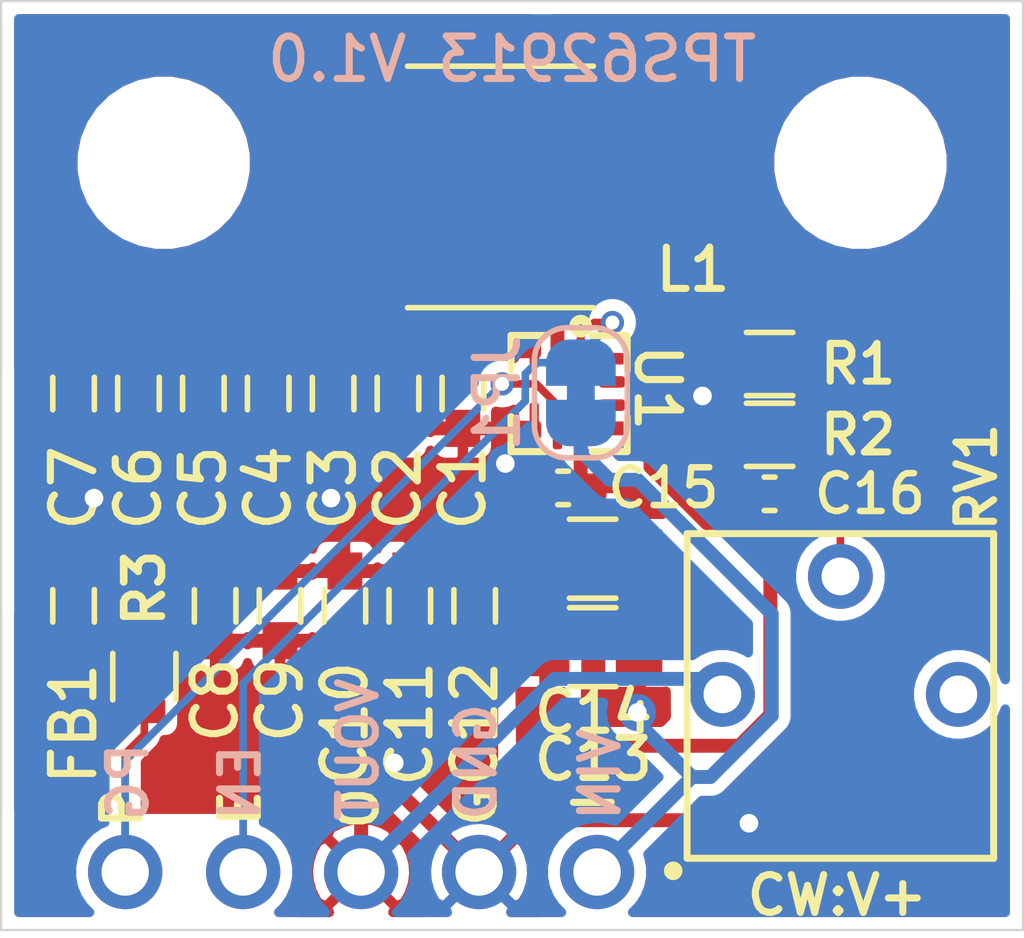
<source format=kicad_pcb>
(kicad_pcb (version 20171130) (host pcbnew "(5.1.10)-1")

  (general
    (thickness 1.6)
    (drawings 16)
    (tracks 165)
    (zones 0)
    (modules 27)
    (nets 11)
  )

  (page A4)
  (layers
    (0 F.Cu signal)
    (31 B.Cu signal)
    (32 B.Adhes user)
    (33 F.Adhes user)
    (34 B.Paste user)
    (35 F.Paste user)
    (36 B.SilkS user)
    (37 F.SilkS user)
    (38 B.Mask user)
    (39 F.Mask user)
    (40 Dwgs.User user)
    (41 Cmts.User user)
    (42 Eco1.User user)
    (43 Eco2.User user)
    (44 Edge.Cuts user)
    (45 Margin user)
    (46 B.CrtYd user)
    (47 F.CrtYd user)
    (48 B.Fab user)
    (49 F.Fab user hide)
  )

  (setup
    (last_trace_width 0.1651)
    (trace_clearance 0.1651)
    (zone_clearance 0.254)
    (zone_45_only no)
    (trace_min 0.1524)
    (via_size 0.5)
    (via_drill 0.3)
    (via_min_size 0.4)
    (via_min_drill 0.3)
    (uvia_size 0.3)
    (uvia_drill 0.1)
    (uvias_allowed no)
    (uvia_min_size 0.2)
    (uvia_min_drill 0.1)
    (edge_width 0.05)
    (segment_width 0.2)
    (pcb_text_width 0.3)
    (pcb_text_size 1.5 1.5)
    (mod_edge_width 0.12)
    (mod_text_size 1 1)
    (mod_text_width 0.15)
    (pad_size 1.524 1.524)
    (pad_drill 0.762)
    (pad_to_mask_clearance 0)
    (aux_axis_origin 0 0)
    (visible_elements 7FFFFFFF)
    (pcbplotparams
      (layerselection 0x00010_7ffffffe)
      (usegerberextensions true)
      (usegerberattributes true)
      (usegerberadvancedattributes true)
      (creategerberjobfile false)
      (excludeedgelayer false)
      (linewidth 0.100000)
      (plotframeref false)
      (viasonmask false)
      (mode 1)
      (useauxorigin false)
      (hpglpennumber 1)
      (hpglpenspeed 20)
      (hpglpendiameter 15.000000)
      (psnegative false)
      (psa4output false)
      (plotreference true)
      (plotvalue true)
      (plotinvisibletext false)
      (padsonsilk false)
      (subtractmaskfromsilk true)
      (outputformat 3)
      (mirror false)
      (drillshape 2)
      (scaleselection 1)
      (outputdirectory "dxf"))
  )

  (net 0 "")
  (net 1 GND)
  (net 2 /Vout)
  (net 3 /Vin)
  (net 4 "Net-(C16-Pad2)")
  (net 5 /EN)
  (net 6 /PG)
  (net 7 "Net-(R1-Pad1)")
  (net 8 "Net-(R2-Pad1)")
  (net 9 /VO)
  (net 10 /SW)

  (net_class Default "This is the default net class."
    (clearance 0.1651)
    (trace_width 0.1651)
    (via_dia 0.5)
    (via_drill 0.3)
    (uvia_dia 0.3)
    (uvia_drill 0.1)
    (add_net /EN)
    (add_net /PG)
    (add_net "Net-(C16-Pad2)")
    (add_net "Net-(R1-Pad1)")
    (add_net "Net-(R2-Pad1)")
  )

  (net_class Power ""
    (clearance 0.1651)
    (trace_width 0.3)
    (via_dia 0.8)
    (via_drill 0.4)
    (uvia_dia 0.3)
    (uvia_drill 0.1)
    (add_net /SW)
    (add_net /VO)
    (add_net /Vin)
    (add_net /Vout)
    (add_net GND)
  )

  (module TPS6291x:TPS6291x (layer F.Cu) (tedit 613BF7D0) (tstamp 613C5A48)
    (at 32.227 28.448 270)
    (path /6138B7E9)
    (attr smd)
    (fp_text reference U1 (at -0.127 -1.905 270 unlocked) (layer F.SilkS)
      (effects (font (size 0.9144 0.9144) (thickness 0.1524)))
    )
    (fp_text value TPS62913 (at 0 2.2 270 unlocked) (layer F.Fab) hide
      (effects (font (size 1 1) (thickness 0.15)))
    )
    (fp_line (start -1 1) (end -1 -1) (layer F.Fab) (width 0.12))
    (fp_line (start -1 -1) (end 1 -1) (layer F.Fab) (width 0.12))
    (fp_line (start 1 -1) (end 1 1) (layer F.Fab) (width 0.12))
    (fp_line (start 1 1) (end -1 1) (layer F.Fab) (width 0.12))
    (fp_line (start 0.5 -1.25) (end 1.25 -1.25) (layer F.SilkS) (width 0.1524))
    (fp_line (start 1.25 -1.25) (end 1.25 -0.5) (layer F.SilkS) (width 0.1524))
    (fp_line (start 1.25 0.5) (end 1.25 1.25) (layer F.SilkS) (width 0.1524))
    (fp_line (start 1.25 1.25) (end 0.5 1.25) (layer F.SilkS) (width 0.1524))
    (fp_line (start -0.5 1.25) (end -1.25 1.25) (layer F.SilkS) (width 0.1524))
    (fp_line (start -1.25 1.25) (end -1.25 0.5) (layer F.SilkS) (width 0.1524))
    (fp_line (start -1.25 -0.5) (end -1.25 -1.25) (layer F.SilkS) (width 0.1524))
    (fp_line (start -1.25 -1.25) (end -0.5 -1.25) (layer F.SilkS) (width 0.1524))
    (fp_circle (center -1.45 -0.25) (end -1.405 -0.25) (layer F.SilkS) (width 0.2))
    (fp_line (start -1.5 -1.5) (end -1.5 1.5) (layer F.CrtYd) (width 0.05))
    (fp_line (start -1.5 1.5) (end 1.5 1.5) (layer F.CrtYd) (width 0.05))
    (fp_line (start 1.5 1.5) (end 1.5 -1.5) (layer F.CrtYd) (width 0.05))
    (fp_line (start 1.5 -1.5) (end -1.5 -1.5) (layer F.CrtYd) (width 0.05))
    (fp_text user REF** (at 0 0.05) (layer F.Fab)
      (effects (font (size 0.5 0.5) (thickness 0.125)))
    )
    (pad 10 smd roundrect (at -0.75 -0.925 270) (size 0.25 0.55) (layers F.Cu F.Paste F.Mask) (roundrect_rratio 0.25)
      (net 7 "Net-(R1-Pad1)"))
    (pad 9 smd roundrect (at -0.25 -0.925 270) (size 0.25 0.55) (layers F.Cu F.Paste F.Mask) (roundrect_rratio 0.25)
      (net 8 "Net-(R2-Pad1)"))
    (pad 8 smd roundrect (at 0.25 -0.925 270) (size 0.25 0.55) (layers F.Cu F.Paste F.Mask) (roundrect_rratio 0.25)
      (net 4 "Net-(C16-Pad2)"))
    (pad 7 smd roundrect (at 0.75 -0.925 270) (size 0.25 0.55) (layers F.Cu F.Paste F.Mask) (roundrect_rratio 0.25)
      (net 1 GND))
    (pad 6 smd roundrect (at 0.7 -0.25 270) (size 1 0.2) (layers F.Cu F.Paste F.Mask) (roundrect_rratio 0.25)
      (net 3 /Vin))
    (pad 4 smd roundrect (at 0.7 0.75 270) (size 1 0.2) (layers F.Cu F.Paste F.Mask) (roundrect_rratio 0.25)
      (net 1 GND))
    (pad 5 smd roundrect (at 0.875 0.25 270) (size 0.65 0.2) (layers F.Cu F.Paste F.Mask) (roundrect_rratio 0.25)
      (net 6 /PG))
    (pad 3 smd roundrect (at -0.875 0.75 270) (size 0.65 0.2) (layers F.Cu F.Paste F.Mask) (roundrect_rratio 0.25)
      (net 9 /VO))
    (pad 2 smd roundrect (at -0.7 0.25 270) (size 1 0.2) (layers F.Cu F.Paste F.Mask) (roundrect_rratio 0.25)
      (net 10 /SW))
    (pad 1 smd roundrect (at -0.875 -0.25 270) (size 0.65 0.2) (layers F.Cu F.Paste F.Mask) (roundrect_rratio 0.25)
      (net 5 /EN))
    (model ${KIPRJMOD}/3d/7-VQFN-HR.STEP
      (at (xyz 0 0 0))
      (scale (xyz 1 1 1))
      (rotate (xyz -90 0 0))
    )
  )

  (module passive_parts:VR_3362P-1 (layer F.Cu) (tedit 613BF6AA) (tstamp 613C78EE)
    (at 38.069 34.925 180)
    (path /613B2B80)
    (attr smd)
    (fp_text reference RV1 (at -2.931 4.675 90) (layer F.SilkS)
      (effects (font (size 0.8128 0.8128) (thickness 0.1524)))
    )
    (fp_text value 10k (at 0 4.3 180 unlocked) (layer F.SilkS) hide
      (effects (font (size 0.9144 0.9144) (thickness 0.1524)))
    )
    (fp_circle (center 3.6 -3.8) (end 3.7 -3.8) (layer F.SilkS) (width 0.2))
    (fp_line (start 3.3 -3.53) (end -3.3 -3.53) (layer F.SilkS) (width 0.15))
    (fp_line (start 3.3 3.46) (end 3.3 -3.53) (layer F.SilkS) (width 0.15))
    (fp_line (start -3.3 3.46) (end 3.3 3.46) (layer F.SilkS) (width 0.15))
    (fp_line (start -3.3 -3.53) (end -3.3 3.46) (layer F.SilkS) (width 0.15))
    (pad 1 thru_hole circle (at 2.54 0 180) (size 1.397 1.397) (drill 0.8128) (layers *.Cu *.Mask)
      (net 2 /Vout))
    (pad 2 thru_hole circle (at 0 2.54 180) (size 1.397 1.397) (drill 0.8128) (layers *.Cu *.Mask)
      (net 8 "Net-(R2-Pad1)"))
    (pad 3 thru_hole circle (at -2.54 0 180) (size 1.397 1.397) (drill 0.8128) (layers *.Cu *.Mask))
    (model ${KIPRJMOD}/3d/3362P-1.STEP
      (at (xyz 0 0 0))
      (scale (xyz 1 1 1))
      (rotate (xyz -90 0 180))
    )
  )

  (module passive_parts:C_0603 (layer F.Cu) (tedit 6139EEF8) (tstamp 613C58A9)
    (at 29.941 28.448 270)
    (descr "Capacitor SMD 0603, reflow soldering, AVX (see smccp.pdf)")
    (tags "capacitor 0603")
    (path /613B66B5)
    (attr smd)
    (fp_text reference C1 (at 2.032 0 90) (layer F.SilkS)
      (effects (font (size 0.9144 0.9144) (thickness 0.1524)))
    )
    (fp_text value 10u (at 0 1.5 90) (layer F.Fab) hide
      (effects (font (size 1 1) (thickness 0.15)))
    )
    (fp_line (start 1.4 0.65) (end -1.4 0.65) (layer F.CrtYd) (width 0.05))
    (fp_line (start 1.4 0.65) (end 1.4 -0.65) (layer F.CrtYd) (width 0.05))
    (fp_line (start -1.4 -0.65) (end -1.4 0.65) (layer F.CrtYd) (width 0.05))
    (fp_line (start -1.4 -0.65) (end 1.4 -0.65) (layer F.CrtYd) (width 0.05))
    (fp_line (start 0.35 0.4476) (end -0.35 0.4476) (layer F.SilkS) (width 0.12))
    (fp_line (start -0.35 -0.4476) (end 0.35 -0.4476) (layer F.SilkS) (width 0.12))
    (fp_line (start -0.8 -0.4) (end 0.8 -0.4) (layer F.Fab) (width 0.1))
    (fp_line (start 0.8 -0.4) (end 0.8 0.4) (layer F.Fab) (width 0.1))
    (fp_line (start 0.8 0.4) (end -0.8 0.4) (layer F.Fab) (width 0.1))
    (fp_line (start -0.8 0.4) (end -0.8 -0.4) (layer F.Fab) (width 0.1))
    (fp_text user %R (at 0 0 90) (layer F.Fab) hide
      (effects (font (size 0.3 0.3) (thickness 0.075)))
    )
    (pad 2 smd rect (at 0.75 0 270) (size 0.8 0.75) (layers F.Cu F.Paste F.Mask)
      (net 1 GND))
    (pad 1 smd rect (at -0.75 0 270) (size 0.8 0.75) (layers F.Cu F.Paste F.Mask)
      (net 9 /VO))
    (model ${KIPRJMOD}/3d/C_0603_1608Metric.step
      (at (xyz 0 0 0))
      (scale (xyz 1 1 1))
      (rotate (xyz 0 0 0))
    )
  )

  (module passive_parts:C_0603 (layer F.Cu) (tedit 6139EEF8) (tstamp 613C58BA)
    (at 28.544 28.448 270)
    (descr "Capacitor SMD 0603, reflow soldering, AVX (see smccp.pdf)")
    (tags "capacitor 0603")
    (path /613B9076)
    (attr smd)
    (fp_text reference C2 (at 2.032 0 90) (layer F.SilkS)
      (effects (font (size 0.9144 0.9144) (thickness 0.1524)))
    )
    (fp_text value 10u (at 0 1.5 90) (layer F.Fab) hide
      (effects (font (size 1 1) (thickness 0.15)))
    )
    (fp_line (start 1.4 0.65) (end -1.4 0.65) (layer F.CrtYd) (width 0.05))
    (fp_line (start 1.4 0.65) (end 1.4 -0.65) (layer F.CrtYd) (width 0.05))
    (fp_line (start -1.4 -0.65) (end -1.4 0.65) (layer F.CrtYd) (width 0.05))
    (fp_line (start -1.4 -0.65) (end 1.4 -0.65) (layer F.CrtYd) (width 0.05))
    (fp_line (start 0.35 0.4476) (end -0.35 0.4476) (layer F.SilkS) (width 0.12))
    (fp_line (start -0.35 -0.4476) (end 0.35 -0.4476) (layer F.SilkS) (width 0.12))
    (fp_line (start -0.8 -0.4) (end 0.8 -0.4) (layer F.Fab) (width 0.1))
    (fp_line (start 0.8 -0.4) (end 0.8 0.4) (layer F.Fab) (width 0.1))
    (fp_line (start 0.8 0.4) (end -0.8 0.4) (layer F.Fab) (width 0.1))
    (fp_line (start -0.8 0.4) (end -0.8 -0.4) (layer F.Fab) (width 0.1))
    (fp_text user %R (at 0 0 90) (layer F.Fab) hide
      (effects (font (size 0.3 0.3) (thickness 0.075)))
    )
    (pad 2 smd rect (at 0.75 0 270) (size 0.8 0.75) (layers F.Cu F.Paste F.Mask)
      (net 1 GND))
    (pad 1 smd rect (at -0.75 0 270) (size 0.8 0.75) (layers F.Cu F.Paste F.Mask)
      (net 9 /VO))
    (model ${KIPRJMOD}/3d/C_0603_1608Metric.step
      (at (xyz 0 0 0))
      (scale (xyz 1 1 1))
      (rotate (xyz 0 0 0))
    )
  )

  (module passive_parts:C_0603 (layer F.Cu) (tedit 6139EEF8) (tstamp 613C58CB)
    (at 27.147 28.448 270)
    (descr "Capacitor SMD 0603, reflow soldering, AVX (see smccp.pdf)")
    (tags "capacitor 0603")
    (path /613B9AF9)
    (attr smd)
    (fp_text reference C3 (at 2.032 0 90) (layer F.SilkS)
      (effects (font (size 0.9144 0.9144) (thickness 0.1524)))
    )
    (fp_text value 10u (at 0 1.5 90) (layer F.Fab) hide
      (effects (font (size 1 1) (thickness 0.15)))
    )
    (fp_line (start -0.8 0.4) (end -0.8 -0.4) (layer F.Fab) (width 0.1))
    (fp_line (start 0.8 0.4) (end -0.8 0.4) (layer F.Fab) (width 0.1))
    (fp_line (start 0.8 -0.4) (end 0.8 0.4) (layer F.Fab) (width 0.1))
    (fp_line (start -0.8 -0.4) (end 0.8 -0.4) (layer F.Fab) (width 0.1))
    (fp_line (start -0.35 -0.4476) (end 0.35 -0.4476) (layer F.SilkS) (width 0.12))
    (fp_line (start 0.35 0.4476) (end -0.35 0.4476) (layer F.SilkS) (width 0.12))
    (fp_line (start -1.4 -0.65) (end 1.4 -0.65) (layer F.CrtYd) (width 0.05))
    (fp_line (start -1.4 -0.65) (end -1.4 0.65) (layer F.CrtYd) (width 0.05))
    (fp_line (start 1.4 0.65) (end 1.4 -0.65) (layer F.CrtYd) (width 0.05))
    (fp_line (start 1.4 0.65) (end -1.4 0.65) (layer F.CrtYd) (width 0.05))
    (fp_text user %R (at 0 0 90) (layer F.Fab) hide
      (effects (font (size 0.3 0.3) (thickness 0.075)))
    )
    (pad 1 smd rect (at -0.75 0 270) (size 0.8 0.75) (layers F.Cu F.Paste F.Mask)
      (net 9 /VO))
    (pad 2 smd rect (at 0.75 0 270) (size 0.8 0.75) (layers F.Cu F.Paste F.Mask)
      (net 1 GND))
    (model ${KIPRJMOD}/3d/C_0603_1608Metric.step
      (at (xyz 0 0 0))
      (scale (xyz 1 1 1))
      (rotate (xyz 0 0 0))
    )
  )

  (module passive_parts:C_0603 (layer F.Cu) (tedit 6139EEF8) (tstamp 613C58DC)
    (at 25.75 28.448 270)
    (descr "Capacitor SMD 0603, reflow soldering, AVX (see smccp.pdf)")
    (tags "capacitor 0603")
    (path /613B9B04)
    (attr smd)
    (fp_text reference C4 (at 2.032 0 90) (layer F.SilkS)
      (effects (font (size 0.9144 0.9144) (thickness 0.1524)))
    )
    (fp_text value 10u (at 0 1.5 90) (layer F.Fab) hide
      (effects (font (size 1 1) (thickness 0.15)))
    )
    (fp_line (start 1.4 0.65) (end -1.4 0.65) (layer F.CrtYd) (width 0.05))
    (fp_line (start 1.4 0.65) (end 1.4 -0.65) (layer F.CrtYd) (width 0.05))
    (fp_line (start -1.4 -0.65) (end -1.4 0.65) (layer F.CrtYd) (width 0.05))
    (fp_line (start -1.4 -0.65) (end 1.4 -0.65) (layer F.CrtYd) (width 0.05))
    (fp_line (start 0.35 0.4476) (end -0.35 0.4476) (layer F.SilkS) (width 0.12))
    (fp_line (start -0.35 -0.4476) (end 0.35 -0.4476) (layer F.SilkS) (width 0.12))
    (fp_line (start -0.8 -0.4) (end 0.8 -0.4) (layer F.Fab) (width 0.1))
    (fp_line (start 0.8 -0.4) (end 0.8 0.4) (layer F.Fab) (width 0.1))
    (fp_line (start 0.8 0.4) (end -0.8 0.4) (layer F.Fab) (width 0.1))
    (fp_line (start -0.8 0.4) (end -0.8 -0.4) (layer F.Fab) (width 0.1))
    (fp_text user %R (at 0 0 90) (layer F.Fab) hide
      (effects (font (size 0.3 0.3) (thickness 0.075)))
    )
    (pad 2 smd rect (at 0.75 0 270) (size 0.8 0.75) (layers F.Cu F.Paste F.Mask)
      (net 1 GND))
    (pad 1 smd rect (at -0.75 0 270) (size 0.8 0.75) (layers F.Cu F.Paste F.Mask)
      (net 9 /VO))
    (model ${KIPRJMOD}/3d/C_0603_1608Metric.step
      (at (xyz 0 0 0))
      (scale (xyz 1 1 1))
      (rotate (xyz 0 0 0))
    )
  )

  (module passive_parts:C_0603 (layer F.Cu) (tedit 6139EEF8) (tstamp 613C58ED)
    (at 24.353 28.448 270)
    (descr "Capacitor SMD 0603, reflow soldering, AVX (see smccp.pdf)")
    (tags "capacitor 0603")
    (path /613BA53A)
    (attr smd)
    (fp_text reference C5 (at 2.032 0 90) (layer F.SilkS)
      (effects (font (size 0.9144 0.9144) (thickness 0.1524)))
    )
    (fp_text value 10u (at 0 1.5 90) (layer F.Fab) hide
      (effects (font (size 1 1) (thickness 0.15)))
    )
    (fp_line (start -0.8 0.4) (end -0.8 -0.4) (layer F.Fab) (width 0.1))
    (fp_line (start 0.8 0.4) (end -0.8 0.4) (layer F.Fab) (width 0.1))
    (fp_line (start 0.8 -0.4) (end 0.8 0.4) (layer F.Fab) (width 0.1))
    (fp_line (start -0.8 -0.4) (end 0.8 -0.4) (layer F.Fab) (width 0.1))
    (fp_line (start -0.35 -0.4476) (end 0.35 -0.4476) (layer F.SilkS) (width 0.12))
    (fp_line (start 0.35 0.4476) (end -0.35 0.4476) (layer F.SilkS) (width 0.12))
    (fp_line (start -1.4 -0.65) (end 1.4 -0.65) (layer F.CrtYd) (width 0.05))
    (fp_line (start -1.4 -0.65) (end -1.4 0.65) (layer F.CrtYd) (width 0.05))
    (fp_line (start 1.4 0.65) (end 1.4 -0.65) (layer F.CrtYd) (width 0.05))
    (fp_line (start 1.4 0.65) (end -1.4 0.65) (layer F.CrtYd) (width 0.05))
    (fp_text user %R (at 0 0 90) (layer F.Fab) hide
      (effects (font (size 0.3 0.3) (thickness 0.075)))
    )
    (pad 1 smd rect (at -0.75 0 270) (size 0.8 0.75) (layers F.Cu F.Paste F.Mask)
      (net 9 /VO))
    (pad 2 smd rect (at 0.75 0 270) (size 0.8 0.75) (layers F.Cu F.Paste F.Mask)
      (net 1 GND))
    (model ${KIPRJMOD}/3d/C_0603_1608Metric.step
      (at (xyz 0 0 0))
      (scale (xyz 1 1 1))
      (rotate (xyz 0 0 0))
    )
  )

  (module passive_parts:C_0603 (layer F.Cu) (tedit 6139EEF8) (tstamp 613C58FE)
    (at 22.956 28.448 270)
    (descr "Capacitor SMD 0603, reflow soldering, AVX (see smccp.pdf)")
    (tags "capacitor 0603")
    (path /613BA545)
    (attr smd)
    (fp_text reference C6 (at 2.032 0 90) (layer F.SilkS)
      (effects (font (size 0.9144 0.9144) (thickness 0.1524)))
    )
    (fp_text value 10u (at 0 1.5 90) (layer F.Fab) hide
      (effects (font (size 1 1) (thickness 0.15)))
    )
    (fp_line (start 1.4 0.65) (end -1.4 0.65) (layer F.CrtYd) (width 0.05))
    (fp_line (start 1.4 0.65) (end 1.4 -0.65) (layer F.CrtYd) (width 0.05))
    (fp_line (start -1.4 -0.65) (end -1.4 0.65) (layer F.CrtYd) (width 0.05))
    (fp_line (start -1.4 -0.65) (end 1.4 -0.65) (layer F.CrtYd) (width 0.05))
    (fp_line (start 0.35 0.4476) (end -0.35 0.4476) (layer F.SilkS) (width 0.12))
    (fp_line (start -0.35 -0.4476) (end 0.35 -0.4476) (layer F.SilkS) (width 0.12))
    (fp_line (start -0.8 -0.4) (end 0.8 -0.4) (layer F.Fab) (width 0.1))
    (fp_line (start 0.8 -0.4) (end 0.8 0.4) (layer F.Fab) (width 0.1))
    (fp_line (start 0.8 0.4) (end -0.8 0.4) (layer F.Fab) (width 0.1))
    (fp_line (start -0.8 0.4) (end -0.8 -0.4) (layer F.Fab) (width 0.1))
    (fp_text user %R (at 0 0 90) (layer F.Fab) hide
      (effects (font (size 0.3 0.3) (thickness 0.075)))
    )
    (pad 2 smd rect (at 0.75 0 270) (size 0.8 0.75) (layers F.Cu F.Paste F.Mask)
      (net 1 GND))
    (pad 1 smd rect (at -0.75 0 270) (size 0.8 0.75) (layers F.Cu F.Paste F.Mask)
      (net 9 /VO))
    (model ${KIPRJMOD}/3d/C_0603_1608Metric.step
      (at (xyz 0 0 0))
      (scale (xyz 1 1 1))
      (rotate (xyz 0 0 0))
    )
  )

  (module passive_parts:C_0603 (layer F.Cu) (tedit 6139EEF8) (tstamp 613C590F)
    (at 21.559 28.448 270)
    (descr "Capacitor SMD 0603, reflow soldering, AVX (see smccp.pdf)")
    (tags "capacitor 0603")
    (path /613BA550)
    (attr smd)
    (fp_text reference C7 (at 2.032 0 90) (layer F.SilkS)
      (effects (font (size 0.9144 0.9144) (thickness 0.1524)))
    )
    (fp_text value 10u (at 0 1.5 90) (layer F.Fab) hide
      (effects (font (size 1 1) (thickness 0.15)))
    )
    (fp_line (start -0.8 0.4) (end -0.8 -0.4) (layer F.Fab) (width 0.1))
    (fp_line (start 0.8 0.4) (end -0.8 0.4) (layer F.Fab) (width 0.1))
    (fp_line (start 0.8 -0.4) (end 0.8 0.4) (layer F.Fab) (width 0.1))
    (fp_line (start -0.8 -0.4) (end 0.8 -0.4) (layer F.Fab) (width 0.1))
    (fp_line (start -0.35 -0.4476) (end 0.35 -0.4476) (layer F.SilkS) (width 0.12))
    (fp_line (start 0.35 0.4476) (end -0.35 0.4476) (layer F.SilkS) (width 0.12))
    (fp_line (start -1.4 -0.65) (end 1.4 -0.65) (layer F.CrtYd) (width 0.05))
    (fp_line (start -1.4 -0.65) (end -1.4 0.65) (layer F.CrtYd) (width 0.05))
    (fp_line (start 1.4 0.65) (end 1.4 -0.65) (layer F.CrtYd) (width 0.05))
    (fp_line (start 1.4 0.65) (end -1.4 0.65) (layer F.CrtYd) (width 0.05))
    (fp_text user %R (at 0 0 90) (layer F.Fab) hide
      (effects (font (size 0.3 0.3) (thickness 0.075)))
    )
    (pad 1 smd rect (at -0.75 0 270) (size 0.8 0.75) (layers F.Cu F.Paste F.Mask)
      (net 9 /VO))
    (pad 2 smd rect (at 0.75 0 270) (size 0.8 0.75) (layers F.Cu F.Paste F.Mask)
      (net 1 GND))
    (model ${KIPRJMOD}/3d/C_0603_1608Metric.step
      (at (xyz 0 0 0))
      (scale (xyz 1 1 1))
      (rotate (xyz 0 0 0))
    )
  )

  (module passive_parts:C_0603 (layer F.Cu) (tedit 6139EEF8) (tstamp 613C5920)
    (at 24.607 33.02 90)
    (descr "Capacitor SMD 0603, reflow soldering, AVX (see smccp.pdf)")
    (tags "capacitor 0603")
    (path /613C36EE)
    (attr smd)
    (fp_text reference C8 (at -2.032 0 90) (layer F.SilkS)
      (effects (font (size 0.9144 0.9144) (thickness 0.1524)))
    )
    (fp_text value 10u (at 0 1.5 90) (layer F.Fab) hide
      (effects (font (size 1 1) (thickness 0.15)))
    )
    (fp_line (start -0.8 0.4) (end -0.8 -0.4) (layer F.Fab) (width 0.1))
    (fp_line (start 0.8 0.4) (end -0.8 0.4) (layer F.Fab) (width 0.1))
    (fp_line (start 0.8 -0.4) (end 0.8 0.4) (layer F.Fab) (width 0.1))
    (fp_line (start -0.8 -0.4) (end 0.8 -0.4) (layer F.Fab) (width 0.1))
    (fp_line (start -0.35 -0.4476) (end 0.35 -0.4476) (layer F.SilkS) (width 0.12))
    (fp_line (start 0.35 0.4476) (end -0.35 0.4476) (layer F.SilkS) (width 0.12))
    (fp_line (start -1.4 -0.65) (end 1.4 -0.65) (layer F.CrtYd) (width 0.05))
    (fp_line (start -1.4 -0.65) (end -1.4 0.65) (layer F.CrtYd) (width 0.05))
    (fp_line (start 1.4 0.65) (end 1.4 -0.65) (layer F.CrtYd) (width 0.05))
    (fp_line (start 1.4 0.65) (end -1.4 0.65) (layer F.CrtYd) (width 0.05))
    (fp_text user %R (at 0 0 90) (layer F.Fab) hide
      (effects (font (size 0.3 0.3) (thickness 0.075)))
    )
    (pad 1 smd rect (at -0.75 0 90) (size 0.8 0.75) (layers F.Cu F.Paste F.Mask)
      (net 2 /Vout))
    (pad 2 smd rect (at 0.75 0 90) (size 0.8 0.75) (layers F.Cu F.Paste F.Mask)
      (net 1 GND))
    (model ${KIPRJMOD}/3d/C_0603_1608Metric.step
      (at (xyz 0 0 0))
      (scale (xyz 1 1 1))
      (rotate (xyz 0 0 0))
    )
  )

  (module passive_parts:C_0603 (layer F.Cu) (tedit 6139EEF8) (tstamp 613C5931)
    (at 26.004 33.02 90)
    (descr "Capacitor SMD 0603, reflow soldering, AVX (see smccp.pdf)")
    (tags "capacitor 0603")
    (path /613C3C5D)
    (attr smd)
    (fp_text reference C9 (at -2.032 0 90) (layer F.SilkS)
      (effects (font (size 0.9144 0.9144) (thickness 0.1524)))
    )
    (fp_text value 10u (at 0 1.5 90) (layer F.Fab) hide
      (effects (font (size 1 1) (thickness 0.15)))
    )
    (fp_line (start 1.4 0.65) (end -1.4 0.65) (layer F.CrtYd) (width 0.05))
    (fp_line (start 1.4 0.65) (end 1.4 -0.65) (layer F.CrtYd) (width 0.05))
    (fp_line (start -1.4 -0.65) (end -1.4 0.65) (layer F.CrtYd) (width 0.05))
    (fp_line (start -1.4 -0.65) (end 1.4 -0.65) (layer F.CrtYd) (width 0.05))
    (fp_line (start 0.35 0.4476) (end -0.35 0.4476) (layer F.SilkS) (width 0.12))
    (fp_line (start -0.35 -0.4476) (end 0.35 -0.4476) (layer F.SilkS) (width 0.12))
    (fp_line (start -0.8 -0.4) (end 0.8 -0.4) (layer F.Fab) (width 0.1))
    (fp_line (start 0.8 -0.4) (end 0.8 0.4) (layer F.Fab) (width 0.1))
    (fp_line (start 0.8 0.4) (end -0.8 0.4) (layer F.Fab) (width 0.1))
    (fp_line (start -0.8 0.4) (end -0.8 -0.4) (layer F.Fab) (width 0.1))
    (fp_text user %R (at 0 0 90) (layer F.Fab) hide
      (effects (font (size 0.3 0.3) (thickness 0.075)))
    )
    (pad 2 smd rect (at 0.75 0 90) (size 0.8 0.75) (layers F.Cu F.Paste F.Mask)
      (net 1 GND))
    (pad 1 smd rect (at -0.75 0 90) (size 0.8 0.75) (layers F.Cu F.Paste F.Mask)
      (net 2 /Vout))
    (model ${KIPRJMOD}/3d/C_0603_1608Metric.step
      (at (xyz 0 0 0))
      (scale (xyz 1 1 1))
      (rotate (xyz 0 0 0))
    )
  )

  (module passive_parts:C_0603 (layer F.Cu) (tedit 6139EEF8) (tstamp 613C5942)
    (at 27.401 33.02 90)
    (descr "Capacitor SMD 0603, reflow soldering, AVX (see smccp.pdf)")
    (tags "capacitor 0603")
    (path /613C45BA)
    (attr smd)
    (fp_text reference C10 (at -2.54 0 90) (layer F.SilkS)
      (effects (font (size 0.9144 0.9144) (thickness 0.1524)))
    )
    (fp_text value 10u (at 0 1.5 90) (layer F.Fab) hide
      (effects (font (size 1 1) (thickness 0.15)))
    )
    (fp_line (start -0.8 0.4) (end -0.8 -0.4) (layer F.Fab) (width 0.1))
    (fp_line (start 0.8 0.4) (end -0.8 0.4) (layer F.Fab) (width 0.1))
    (fp_line (start 0.8 -0.4) (end 0.8 0.4) (layer F.Fab) (width 0.1))
    (fp_line (start -0.8 -0.4) (end 0.8 -0.4) (layer F.Fab) (width 0.1))
    (fp_line (start -0.35 -0.4476) (end 0.35 -0.4476) (layer F.SilkS) (width 0.12))
    (fp_line (start 0.35 0.4476) (end -0.35 0.4476) (layer F.SilkS) (width 0.12))
    (fp_line (start -1.4 -0.65) (end 1.4 -0.65) (layer F.CrtYd) (width 0.05))
    (fp_line (start -1.4 -0.65) (end -1.4 0.65) (layer F.CrtYd) (width 0.05))
    (fp_line (start 1.4 0.65) (end 1.4 -0.65) (layer F.CrtYd) (width 0.05))
    (fp_line (start 1.4 0.65) (end -1.4 0.65) (layer F.CrtYd) (width 0.05))
    (fp_text user %R (at 0 0 90) (layer F.Fab) hide
      (effects (font (size 0.3 0.3) (thickness 0.075)))
    )
    (pad 1 smd rect (at -0.75 0 90) (size 0.8 0.75) (layers F.Cu F.Paste F.Mask)
      (net 2 /Vout))
    (pad 2 smd rect (at 0.75 0 90) (size 0.8 0.75) (layers F.Cu F.Paste F.Mask)
      (net 1 GND))
    (model ${KIPRJMOD}/3d/C_0603_1608Metric.step
      (at (xyz 0 0 0))
      (scale (xyz 1 1 1))
      (rotate (xyz 0 0 0))
    )
  )

  (module passive_parts:C_0603 (layer F.Cu) (tedit 6139EEF8) (tstamp 613C5953)
    (at 28.798 33.02 90)
    (descr "Capacitor SMD 0603, reflow soldering, AVX (see smccp.pdf)")
    (tags "capacitor 0603")
    (path /613C45C5)
    (attr smd)
    (fp_text reference C11 (at -2.54 0 90) (layer F.SilkS)
      (effects (font (size 0.9144 0.9144) (thickness 0.1524)))
    )
    (fp_text value 10u (at 0 1.5 90) (layer F.Fab) hide
      (effects (font (size 1 1) (thickness 0.15)))
    )
    (fp_line (start 1.4 0.65) (end -1.4 0.65) (layer F.CrtYd) (width 0.05))
    (fp_line (start 1.4 0.65) (end 1.4 -0.65) (layer F.CrtYd) (width 0.05))
    (fp_line (start -1.4 -0.65) (end -1.4 0.65) (layer F.CrtYd) (width 0.05))
    (fp_line (start -1.4 -0.65) (end 1.4 -0.65) (layer F.CrtYd) (width 0.05))
    (fp_line (start 0.35 0.4476) (end -0.35 0.4476) (layer F.SilkS) (width 0.12))
    (fp_line (start -0.35 -0.4476) (end 0.35 -0.4476) (layer F.SilkS) (width 0.12))
    (fp_line (start -0.8 -0.4) (end 0.8 -0.4) (layer F.Fab) (width 0.1))
    (fp_line (start 0.8 -0.4) (end 0.8 0.4) (layer F.Fab) (width 0.1))
    (fp_line (start 0.8 0.4) (end -0.8 0.4) (layer F.Fab) (width 0.1))
    (fp_line (start -0.8 0.4) (end -0.8 -0.4) (layer F.Fab) (width 0.1))
    (fp_text user %R (at 0 0 90) (layer F.Fab) hide
      (effects (font (size 0.3 0.3) (thickness 0.075)))
    )
    (pad 2 smd rect (at 0.75 0 90) (size 0.8 0.75) (layers F.Cu F.Paste F.Mask)
      (net 1 GND))
    (pad 1 smd rect (at -0.75 0 90) (size 0.8 0.75) (layers F.Cu F.Paste F.Mask)
      (net 2 /Vout))
    (model ${KIPRJMOD}/3d/C_0603_1608Metric.step
      (at (xyz 0 0 0))
      (scale (xyz 1 1 1))
      (rotate (xyz 0 0 0))
    )
  )

  (module passive_parts:C_0603 (layer F.Cu) (tedit 6139EEF8) (tstamp 613C5964)
    (at 30.195 33.02 90)
    (descr "Capacitor SMD 0603, reflow soldering, AVX (see smccp.pdf)")
    (tags "capacitor 0603")
    (path /613C621B)
    (attr smd)
    (fp_text reference C12 (at -2.54 0 90) (layer F.SilkS)
      (effects (font (size 0.9144 0.9144) (thickness 0.1524)))
    )
    (fp_text value 10u (at 0 1.5 90) (layer F.Fab) hide
      (effects (font (size 1 1) (thickness 0.15)))
    )
    (fp_line (start -0.8 0.4) (end -0.8 -0.4) (layer F.Fab) (width 0.1))
    (fp_line (start 0.8 0.4) (end -0.8 0.4) (layer F.Fab) (width 0.1))
    (fp_line (start 0.8 -0.4) (end 0.8 0.4) (layer F.Fab) (width 0.1))
    (fp_line (start -0.8 -0.4) (end 0.8 -0.4) (layer F.Fab) (width 0.1))
    (fp_line (start -0.35 -0.4476) (end 0.35 -0.4476) (layer F.SilkS) (width 0.12))
    (fp_line (start 0.35 0.4476) (end -0.35 0.4476) (layer F.SilkS) (width 0.12))
    (fp_line (start -1.4 -0.65) (end 1.4 -0.65) (layer F.CrtYd) (width 0.05))
    (fp_line (start -1.4 -0.65) (end -1.4 0.65) (layer F.CrtYd) (width 0.05))
    (fp_line (start 1.4 0.65) (end 1.4 -0.65) (layer F.CrtYd) (width 0.05))
    (fp_line (start 1.4 0.65) (end -1.4 0.65) (layer F.CrtYd) (width 0.05))
    (fp_text user %R (at 0 0 90) (layer F.Fab) hide
      (effects (font (size 0.3 0.3) (thickness 0.075)))
    )
    (pad 1 smd rect (at -0.75 0 90) (size 0.8 0.75) (layers F.Cu F.Paste F.Mask)
      (net 2 /Vout))
    (pad 2 smd rect (at 0.75 0 90) (size 0.8 0.75) (layers F.Cu F.Paste F.Mask)
      (net 1 GND))
    (model ${KIPRJMOD}/3d/C_0603_1608Metric.step
      (at (xyz 0 0 0))
      (scale (xyz 1 1 1))
      (rotate (xyz 0 0 0))
    )
  )

  (module passive_parts:C_0805 (layer F.Cu) (tedit 6139F2BF) (tstamp 613C5975)
    (at 32.735 33.909 180)
    (descr "Capacitor SMD 0805, reflow soldering, AVX (see smccp.pdf)")
    (tags "capacitor 0805")
    (path /613AB13F)
    (attr smd)
    (fp_text reference C13 (at -0.015 -2.413 unlocked) (layer F.SilkS)
      (effects (font (size 0.8636 0.8636) (thickness 0.1524)))
    )
    (fp_text value 10u (at 0 1.75 180 unlocked) (layer F.Fab) hide
      (effects (font (size 1 1) (thickness 0.15)))
    )
    (fp_line (start -1 0.62) (end -1 -0.62) (layer F.Fab) (width 0.1))
    (fp_line (start 1 0.62) (end -1 0.62) (layer F.Fab) (width 0.1))
    (fp_line (start 1 -0.62) (end 1 0.62) (layer F.Fab) (width 0.1))
    (fp_line (start -1 -0.62) (end 1 -0.62) (layer F.Fab) (width 0.1))
    (fp_line (start 0.5 -0.85) (end -0.5 -0.85) (layer F.SilkS) (width 0.12))
    (fp_line (start -0.5 0.85) (end 0.5 0.85) (layer F.SilkS) (width 0.12))
    (fp_line (start -1.75 -0.88) (end 1.75 -0.88) (layer F.CrtYd) (width 0.05))
    (fp_line (start -1.75 -0.88) (end -1.75 0.87) (layer F.CrtYd) (width 0.05))
    (fp_line (start 1.75 0.87) (end 1.75 -0.88) (layer F.CrtYd) (width 0.05))
    (fp_line (start 1.75 0.87) (end -1.75 0.87) (layer F.CrtYd) (width 0.05))
    (fp_text user %R (at 0 -1.5 180 unlocked) (layer F.Fab) hide
      (effects (font (size 1 1) (thickness 0.15)))
    )
    (pad 1 smd rect (at -1 0 180) (size 1 1.25) (layers F.Cu F.Paste F.Mask)
      (net 3 /Vin))
    (pad 2 smd rect (at 1 0 180) (size 1 1.25) (layers F.Cu F.Paste F.Mask)
      (net 1 GND))
    (model ${KIPRJMOD}/3d/C_0805_2012Metric.step
      (at (xyz 0 0 0))
      (scale (xyz 1 1 1))
      (rotate (xyz 0 0 0))
    )
  )

  (module passive_parts:C_0805 (layer F.Cu) (tedit 6139F2BF) (tstamp 613C5986)
    (at 32.735 32.004 180)
    (descr "Capacitor SMD 0805, reflow soldering, AVX (see smccp.pdf)")
    (tags "capacitor 0805")
    (path /613A85A1)
    (attr smd)
    (fp_text reference C14 (at -0.015 -3.302 unlocked) (layer F.SilkS)
      (effects (font (size 0.8636 0.8636) (thickness 0.1524)))
    )
    (fp_text value 10u (at 0 1.75 180 unlocked) (layer F.Fab) hide
      (effects (font (size 1 1) (thickness 0.15)))
    )
    (fp_line (start 1.75 0.87) (end -1.75 0.87) (layer F.CrtYd) (width 0.05))
    (fp_line (start 1.75 0.87) (end 1.75 -0.88) (layer F.CrtYd) (width 0.05))
    (fp_line (start -1.75 -0.88) (end -1.75 0.87) (layer F.CrtYd) (width 0.05))
    (fp_line (start -1.75 -0.88) (end 1.75 -0.88) (layer F.CrtYd) (width 0.05))
    (fp_line (start -0.5 0.85) (end 0.5 0.85) (layer F.SilkS) (width 0.12))
    (fp_line (start 0.5 -0.85) (end -0.5 -0.85) (layer F.SilkS) (width 0.12))
    (fp_line (start -1 -0.62) (end 1 -0.62) (layer F.Fab) (width 0.1))
    (fp_line (start 1 -0.62) (end 1 0.62) (layer F.Fab) (width 0.1))
    (fp_line (start 1 0.62) (end -1 0.62) (layer F.Fab) (width 0.1))
    (fp_line (start -1 0.62) (end -1 -0.62) (layer F.Fab) (width 0.1))
    (fp_text user %R (at 0 -1.5 180 unlocked) (layer F.Fab) hide
      (effects (font (size 1 1) (thickness 0.15)))
    )
    (pad 2 smd rect (at 1 0 180) (size 1 1.25) (layers F.Cu F.Paste F.Mask)
      (net 1 GND))
    (pad 1 smd rect (at -1 0 180) (size 1 1.25) (layers F.Cu F.Paste F.Mask)
      (net 3 /Vin))
    (model ${KIPRJMOD}/3d/C_0805_2012Metric.step
      (at (xyz 0 0 0))
      (scale (xyz 1 1 1))
      (rotate (xyz 0 0 0))
    )
  )

  (module passive_parts:C_0402 (layer F.Cu) (tedit 6139F20D) (tstamp 613C5997)
    (at 32.1 30.48 180)
    (descr "Capacitor SMD 0402 (1005 Metric), square (rectangular) end terminal, IPC_7351 nominal with elongated pad for handsoldering. (Body size source: IPC-SM-782 page 76, https://www.pcb-3d.com/wordpress/wp-content/uploads/ipc-sm-782a_amendment_1_and_2.pdf), generated with kicad-footprint-generator")
    (tags "capacitor handsolder")
    (path /613A6FB0)
    (attr smd)
    (fp_text reference C15 (at -2.159 0 unlocked) (layer F.SilkS)
      (effects (font (size 0.8128 0.8128) (thickness 0.1397)))
    )
    (fp_text value 2.2n (at 0 1.16 180 unlocked) (layer F.Fab) hide
      (effects (font (size 1 1) (thickness 0.15)))
    )
    (fp_line (start -0.5 0.25) (end -0.5 -0.25) (layer F.Fab) (width 0.1))
    (fp_line (start -0.5 -0.25) (end 0.5 -0.25) (layer F.Fab) (width 0.1))
    (fp_line (start 0.5 -0.25) (end 0.5 0.25) (layer F.Fab) (width 0.1))
    (fp_line (start 0.5 0.25) (end -0.5 0.25) (layer F.Fab) (width 0.1))
    (fp_line (start -0.115835 -0.36) (end 0.115835 -0.36) (layer F.SilkS) (width 0.12))
    (fp_line (start -0.115835 0.36) (end 0.115835 0.36) (layer F.SilkS) (width 0.12))
    (fp_line (start -1.08 0.46) (end -1.08 -0.46) (layer F.CrtYd) (width 0.05))
    (fp_line (start -1.08 -0.46) (end 1.08 -0.46) (layer F.CrtYd) (width 0.05))
    (fp_line (start 1.08 -0.46) (end 1.08 0.46) (layer F.CrtYd) (width 0.05))
    (fp_line (start 1.08 0.46) (end -1.08 0.46) (layer F.CrtYd) (width 0.05))
    (fp_text user %R (at 0 0) (layer F.Fab)
      (effects (font (size 0.25 0.25) (thickness 0.04)))
    )
    (pad 1 smd roundrect (at -0.5675 0 180) (size 0.735 0.62) (layers F.Cu F.Paste F.Mask) (roundrect_rratio 0.25)
      (net 3 /Vin))
    (pad 2 smd roundrect (at 0.5675 0 180) (size 0.735 0.62) (layers F.Cu F.Paste F.Mask) (roundrect_rratio 0.25)
      (net 1 GND))
    (model ${KIPRJMOD}/3d/C_0402_1005Metric.step
      (at (xyz 0 0 0))
      (scale (xyz 1 1 1))
      (rotate (xyz 0 0 0))
    )
  )

  (module passive_parts:C_0603 (layer F.Cu) (tedit 6139EEF8) (tstamp 613C59B9)
    (at 21.559 33.02 90)
    (descr "Capacitor SMD 0603, reflow soldering, AVX (see smccp.pdf)")
    (tags "capacitor 0603")
    (path /613C0710)
    (attr smd)
    (fp_text reference FB1 (at -2.54 0 90) (layer F.SilkS)
      (effects (font (size 0.9144 0.9144) (thickness 0.1524)))
    )
    (fp_text value 10n (at 0 1.5 90) (layer F.Fab) hide
      (effects (font (size 1 1) (thickness 0.15)))
    )
    (fp_line (start 1.4 0.65) (end -1.4 0.65) (layer F.CrtYd) (width 0.05))
    (fp_line (start 1.4 0.65) (end 1.4 -0.65) (layer F.CrtYd) (width 0.05))
    (fp_line (start -1.4 -0.65) (end -1.4 0.65) (layer F.CrtYd) (width 0.05))
    (fp_line (start -1.4 -0.65) (end 1.4 -0.65) (layer F.CrtYd) (width 0.05))
    (fp_line (start 0.35 0.4476) (end -0.35 0.4476) (layer F.SilkS) (width 0.12))
    (fp_line (start -0.35 -0.4476) (end 0.35 -0.4476) (layer F.SilkS) (width 0.12))
    (fp_line (start -0.8 -0.4) (end 0.8 -0.4) (layer F.Fab) (width 0.1))
    (fp_line (start 0.8 -0.4) (end 0.8 0.4) (layer F.Fab) (width 0.1))
    (fp_line (start 0.8 0.4) (end -0.8 0.4) (layer F.Fab) (width 0.1))
    (fp_line (start -0.8 0.4) (end -0.8 -0.4) (layer F.Fab) (width 0.1))
    (fp_text user %R (at 0 0 90) (layer F.Fab) hide
      (effects (font (size 0.3 0.3) (thickness 0.075)))
    )
    (pad 2 smd rect (at 0.75 0 90) (size 0.8 0.75) (layers F.Cu F.Paste F.Mask)
      (net 9 /VO))
    (pad 1 smd rect (at -0.75 0 90) (size 0.8 0.75) (layers F.Cu F.Paste F.Mask)
      (net 2 /Vout))
    (model ${KIPRJMOD}/3d/C_0603_1608Metric.step
      (at (xyz 0 0 0))
      (scale (xyz 1 1 1))
      (rotate (xyz 0 0 0))
    )
  )

  (module connector:SIL-5 (layer F.Cu) (tedit 613A026F) (tstamp 613C852B)
    (at 27.75 38.75 180)
    (path /613DD0C9)
    (fp_text reference J1 (at 0 -2.032) (layer F.SilkS) hide
      (effects (font (size 1.016 1.016) (thickness 0.1778)))
    )
    (fp_text value Conn_01x05 (at 0 2.54) (layer F.SilkS) hide
      (effects (font (size 1.016 1.016) (thickness 0.1778)))
    )
    (fp_line (start -6.35 1.27) (end -6.35 -1.27) (layer F.Fab) (width 0.3048))
    (fp_line (start -6.35 -1.27) (end 6.35 -1.27) (layer F.Fab) (width 0.3048))
    (fp_line (start 6.35 -1.27) (end 6.35 1.27) (layer F.Fab) (width 0.3048))
    (fp_line (start 6.35 1.27) (end -6.35 1.27) (layer F.Fab) (width 0.3048))
    (pad 1 thru_hole circle (at -5.08 0 180) (size 1.6 1.6) (drill 1.02) (layers *.Cu *.Mask)
      (net 3 /Vin))
    (pad 2 thru_hole circle (at -2.54 0 180) (size 1.6 1.6) (drill 1.02) (layers *.Cu *.Mask)
      (net 1 GND))
    (pad 3 thru_hole circle (at 0 0 180) (size 1.6 1.6) (drill 1.02) (layers *.Cu *.Mask)
      (net 2 /Vout))
    (pad 4 thru_hole circle (at 2.54 0 180) (size 1.6 1.6) (drill 1.02) (layers *.Cu *.Mask)
      (net 5 /EN))
    (pad 5 thru_hole circle (at 5.08 0 180) (size 1.6 1.6) (drill 1.02) (layers *.Cu *.Mask)
      (net 6 /PG))
  )

  (module Jumper:SolderJumper-2_P1.3mm_Bridged_RoundedPad1.0x1.5mm (layer B.Cu) (tedit 5C745284) (tstamp 613C59D9)
    (at 32.481 28.433 270)
    (descr "SMD Solder Jumper, 1x1.5mm, rounded Pads, 0.3mm gap, bridged with 1 copper strip")
    (tags "solder jumper open")
    (path /613A1AD2)
    (attr virtual)
    (fp_text reference JP1 (at 0 1.8 90) (layer B.SilkS)
      (effects (font (size 0.9144 0.9144) (thickness 0.1524)) (justify mirror))
    )
    (fp_text value SolderJumper_2_Bridged (at 0 -1.9 90) (layer B.Fab) hide
      (effects (font (size 1 1) (thickness 0.15)) (justify mirror))
    )
    (fp_line (start -1.4 -0.3) (end -1.4 0.3) (layer B.SilkS) (width 0.12))
    (fp_line (start 0.7 -1) (end -0.7 -1) (layer B.SilkS) (width 0.12))
    (fp_line (start 1.4 0.3) (end 1.4 -0.3) (layer B.SilkS) (width 0.12))
    (fp_line (start -0.7 1) (end 0.7 1) (layer B.SilkS) (width 0.12))
    (fp_line (start -1.65 1.25) (end 1.65 1.25) (layer B.CrtYd) (width 0.05))
    (fp_line (start -1.65 1.25) (end -1.65 -1.25) (layer B.CrtYd) (width 0.05))
    (fp_line (start 1.65 -1.25) (end 1.65 1.25) (layer B.CrtYd) (width 0.05))
    (fp_line (start 1.65 -1.25) (end -1.65 -1.25) (layer B.CrtYd) (width 0.05))
    (fp_poly (pts (xy 0.25 0.3) (xy -0.25 0.3) (xy -0.25 -0.3) (xy 0.25 -0.3)) (layer B.Cu) (width 0))
    (fp_arc (start 0.7 0.3) (end 1.4 0.3) (angle 90) (layer B.SilkS) (width 0.12))
    (fp_arc (start 0.7 -0.3) (end 0.7 -1) (angle 90) (layer B.SilkS) (width 0.12))
    (fp_arc (start -0.7 -0.3) (end -1.4 -0.3) (angle 90) (layer B.SilkS) (width 0.12))
    (fp_arc (start -0.7 0.3) (end -0.7 1) (angle 90) (layer B.SilkS) (width 0.12))
    (pad 2 smd custom (at 0.65 0 270) (size 1 0.5) (layers B.Cu B.Mask)
      (net 3 /Vin) (zone_connect 2)
      (options (clearance outline) (anchor rect))
      (primitives
        (gr_circle (center 0 -0.25) (end 0.5 -0.25) (width 0))
        (gr_circle (center 0 0.25) (end 0.5 0.25) (width 0))
        (gr_poly (pts
           (xy 0 0.75) (xy -0.5 0.75) (xy -0.5 -0.75) (xy 0 -0.75)) (width 0))
      ))
    (pad 1 smd custom (at -0.65 0 270) (size 1 0.5) (layers B.Cu B.Mask)
      (net 5 /EN) (zone_connect 2)
      (options (clearance outline) (anchor rect))
      (primitives
        (gr_circle (center 0 -0.25) (end 0.5 -0.25) (width 0))
        (gr_circle (center 0 0.25) (end 0.5 0.25) (width 0))
        (gr_poly (pts
           (xy 0 0.75) (xy 0.5 0.75) (xy 0.5 -0.75) (xy 0 -0.75)) (width 0))
      ))
  )

  (module inductor_SWPA:SWPA-2020 (layer F.Cu) (tedit 6139C6D0) (tstamp 613C59EA)
    (at 30.75 24 180)
    (descr "Inductor, Taiyo Yuden, MD series, Taiyo-Yuden_MD-2020, 2.0mmx2.0mm")
    (tags "inductor taiyo-yuden md smd")
    (path /6138C216)
    (attr smd)
    (fp_text reference L1 (at -4.144 -1.781 180) (layer F.SilkS)
      (effects (font (size 0.889 0.889) (thickness 0.1524)))
    )
    (fp_text value 2.2u (at 0 3.25 180 unlocked) (layer F.Fab) hide
      (effects (font (size 1 1) (thickness 0.15)))
    )
    (fp_line (start 2.75 -2.75) (end -2.75 -2.75) (layer F.CrtYd) (width 0.05))
    (fp_line (start 2.75 2.75) (end 2.75 -2.75) (layer F.CrtYd) (width 0.05))
    (fp_line (start -2.75 2.75) (end 2.75 2.75) (layer F.CrtYd) (width 0.05))
    (fp_line (start -2.75 -2.75) (end -2.75 2.75) (layer F.CrtYd) (width 0.05))
    (fp_line (start -2 2.6) (end 2 2.6) (layer F.SilkS) (width 0.12))
    (fp_line (start -2 -2.6) (end 2 -2.6) (layer F.SilkS) (width 0.12))
    (fp_line (start 2.5 -2.5) (end -2.5 -2.5) (layer F.Fab) (width 0.1))
    (fp_line (start 2.5 2.5) (end 2.5 -2.5) (layer F.Fab) (width 0.1))
    (fp_line (start -2.5 2.5) (end 2.5 2.5) (layer F.Fab) (width 0.1))
    (fp_line (start -2.5 -2.5) (end -2.5 2.5) (layer F.Fab) (width 0.1))
    (fp_text user %R (at 0 0) (layer F.Fab)
      (effects (font (size 0.5 0.5) (thickness 0.075)))
    )
    (pad 1 smd rect (at -2.55 0 180) (size 1.4 4.2) (layers F.Cu F.Paste F.Mask)
      (net 10 /SW))
    (pad 2 smd rect (at 2.55 0 180) (size 1.4 4.2) (layers F.Cu F.Paste F.Mask)
      (net 9 /VO))
    (model ${KIPRJMOD}/3d/inductor_5x5.STEP
      (at (xyz 0 0 0))
      (scale (xyz 1 1 1))
      (rotate (xyz -90 0 0))
    )
  )

  (module passive_parts:R_0603 (layer F.Cu) (tedit 6139EEDD) (tstamp 613C59FB)
    (at 36.545 27.813 180)
    (descr "Resistor SMD 0603, reflow soldering, Vishay (see dcrcw.pdf)")
    (tags "resistor 0603")
    (path /613A35E3)
    (attr smd)
    (fp_text reference R1 (at -1.905 0 unlocked) (layer F.SilkS)
      (effects (font (size 0.8128 0.8128) (thickness 0.1524)))
    )
    (fp_text value 42.2k (at 0 1.5) (layer F.Fab) hide
      (effects (font (size 1 1) (thickness 0.15)))
    )
    (fp_line (start 1.25 0.7) (end -1.25 0.7) (layer F.CrtYd) (width 0.05))
    (fp_line (start 1.25 0.7) (end 1.25 -0.7) (layer F.CrtYd) (width 0.05))
    (fp_line (start -1.25 -0.7) (end -1.25 0.7) (layer F.CrtYd) (width 0.05))
    (fp_line (start -1.25 -0.7) (end 1.25 -0.7) (layer F.CrtYd) (width 0.05))
    (fp_line (start -0.5 -0.68) (end 0.5 -0.68) (layer F.SilkS) (width 0.12))
    (fp_line (start 0.5 0.68) (end -0.5 0.68) (layer F.SilkS) (width 0.12))
    (fp_line (start -0.8 -0.4) (end 0.8 -0.4) (layer F.Fab) (width 0.1))
    (fp_line (start 0.8 -0.4) (end 0.8 0.4) (layer F.Fab) (width 0.1))
    (fp_line (start 0.8 0.4) (end -0.8 0.4) (layer F.Fab) (width 0.1))
    (fp_line (start -0.8 0.4) (end -0.8 -0.4) (layer F.Fab) (width 0.1))
    (fp_text user %R (at 0 0) (layer F.Fab)
      (effects (font (size 0.4 0.4) (thickness 0.075)))
    )
    (pad 2 smd rect (at 0.75 0 180) (size 0.5 0.9) (layers F.Cu F.Paste F.Mask)
      (net 1 GND))
    (pad 1 smd rect (at -0.75 0 180) (size 0.5 0.9) (layers F.Cu F.Paste F.Mask)
      (net 7 "Net-(R1-Pad1)"))
    (model ${KIPRJMOD}/3d/R_0603_1608Metric.step
      (at (xyz 0 0 0))
      (scale (xyz 1 1 1))
      (rotate (xyz 0 0 0))
    )
  )

  (module passive_parts:R_0603 (layer F.Cu) (tedit 6139EEDD) (tstamp 613C5A0C)
    (at 36.545 29.337 180)
    (descr "Resistor SMD 0603, reflow soldering, Vishay (see dcrcw.pdf)")
    (tags "resistor 0603")
    (path /613B187B)
    (attr smd)
    (fp_text reference R2 (at -1.905 0 unlocked) (layer F.SilkS)
      (effects (font (size 0.8128 0.8128) (thickness 0.1524)))
    )
    (fp_text value 1.8k (at 0 1.5) (layer F.Fab) hide
      (effects (font (size 1 1) (thickness 0.15)))
    )
    (fp_line (start -0.8 0.4) (end -0.8 -0.4) (layer F.Fab) (width 0.1))
    (fp_line (start 0.8 0.4) (end -0.8 0.4) (layer F.Fab) (width 0.1))
    (fp_line (start 0.8 -0.4) (end 0.8 0.4) (layer F.Fab) (width 0.1))
    (fp_line (start -0.8 -0.4) (end 0.8 -0.4) (layer F.Fab) (width 0.1))
    (fp_line (start 0.5 0.68) (end -0.5 0.68) (layer F.SilkS) (width 0.12))
    (fp_line (start -0.5 -0.68) (end 0.5 -0.68) (layer F.SilkS) (width 0.12))
    (fp_line (start -1.25 -0.7) (end 1.25 -0.7) (layer F.CrtYd) (width 0.05))
    (fp_line (start -1.25 -0.7) (end -1.25 0.7) (layer F.CrtYd) (width 0.05))
    (fp_line (start 1.25 0.7) (end 1.25 -0.7) (layer F.CrtYd) (width 0.05))
    (fp_line (start 1.25 0.7) (end -1.25 0.7) (layer F.CrtYd) (width 0.05))
    (fp_text user %R (at 0 0) (layer F.Fab)
      (effects (font (size 0.4 0.4) (thickness 0.075)))
    )
    (pad 1 smd rect (at -0.75 0 180) (size 0.5 0.9) (layers F.Cu F.Paste F.Mask)
      (net 8 "Net-(R2-Pad1)"))
    (pad 2 smd rect (at 0.75 0 180) (size 0.5 0.9) (layers F.Cu F.Paste F.Mask)
      (net 1 GND))
    (model ${KIPRJMOD}/3d/R_0603_1608Metric.step
      (at (xyz 0 0 0))
      (scale (xyz 1 1 1))
      (rotate (xyz 0 0 0))
    )
  )

  (module passive_parts:R_0603 (layer F.Cu) (tedit 6139EEDD) (tstamp 613C5A1D)
    (at 23.083 34.544 90)
    (descr "Resistor SMD 0603, reflow soldering, Vishay (see dcrcw.pdf)")
    (tags "resistor 0603")
    (path /6139F49C)
    (attr smd)
    (fp_text reference R3 (at 1.905 0 90) (layer F.SilkS)
      (effects (font (size 0.8128 0.8128) (thickness 0.1651)))
    )
    (fp_text value 100k (at 0 1.5 90) (layer F.Fab) hide
      (effects (font (size 1 1) (thickness 0.15)))
    )
    (fp_line (start -0.8 0.4) (end -0.8 -0.4) (layer F.Fab) (width 0.1))
    (fp_line (start 0.8 0.4) (end -0.8 0.4) (layer F.Fab) (width 0.1))
    (fp_line (start 0.8 -0.4) (end 0.8 0.4) (layer F.Fab) (width 0.1))
    (fp_line (start -0.8 -0.4) (end 0.8 -0.4) (layer F.Fab) (width 0.1))
    (fp_line (start 0.5 0.68) (end -0.5 0.68) (layer F.SilkS) (width 0.12))
    (fp_line (start -0.5 -0.68) (end 0.5 -0.68) (layer F.SilkS) (width 0.12))
    (fp_line (start -1.25 -0.7) (end 1.25 -0.7) (layer F.CrtYd) (width 0.05))
    (fp_line (start -1.25 -0.7) (end -1.25 0.7) (layer F.CrtYd) (width 0.05))
    (fp_line (start 1.25 0.7) (end 1.25 -0.7) (layer F.CrtYd) (width 0.05))
    (fp_line (start 1.25 0.7) (end -1.25 0.7) (layer F.CrtYd) (width 0.05))
    (fp_text user %R (at 0 0 90) (layer F.Fab)
      (effects (font (size 0.4 0.4) (thickness 0.075)))
    )
    (pad 1 smd rect (at -0.75 0 90) (size 0.5 0.9) (layers F.Cu F.Paste F.Mask)
      (net 6 /PG))
    (pad 2 smd rect (at 0.75 0 90) (size 0.5 0.9) (layers F.Cu F.Paste F.Mask)
      (net 2 /Vout))
    (model ${KIPRJMOD}/3d/R_0603_1608Metric.step
      (at (xyz 0 0 0))
      (scale (xyz 1 1 1))
      (rotate (xyz 0 0 0))
    )
  )

  (module MountingHole:MountingHole_3.2mm_M3 (layer F.Cu) (tedit 56D1B4CB) (tstamp 613C68FA)
    (at 38.5 23.48 180)
    (descr "Mounting Hole 3.2mm, no annular, M3")
    (tags "mounting hole 3.2mm no annular m3")
    (path /613D1383)
    (attr virtual)
    (fp_text reference H1 (at 0 -4.2) (layer F.SilkS) hide
      (effects (font (size 1 1) (thickness 0.15)))
    )
    (fp_text value MountingHole (at 0 4.2) (layer F.Fab) hide
      (effects (font (size 1 1) (thickness 0.15)))
    )
    (fp_circle (center 0 0) (end 3.2 0) (layer Cmts.User) (width 0.15))
    (fp_circle (center 0 0) (end 3.45 0) (layer F.CrtYd) (width 0.05))
    (fp_text user %R (at 0.3 0) (layer F.Fab)
      (effects (font (size 1 1) (thickness 0.15)))
    )
    (pad 1 np_thru_hole circle (at 0 0 180) (size 3.2 3.2) (drill 3.2) (layers *.Cu *.Mask))
  )

  (module MountingHole:MountingHole_3.2mm_M3 (layer F.Cu) (tedit 56D1B4CB) (tstamp 613C837F)
    (at 23.5 23.48 180)
    (descr "Mounting Hole 3.2mm, no annular, M3")
    (tags "mounting hole 3.2mm no annular m3")
    (path /613D1CF8)
    (attr virtual)
    (fp_text reference H2 (at 0 -4.2) (layer F.SilkS) hide
      (effects (font (size 1 1) (thickness 0.15)))
    )
    (fp_text value MountingHole (at 0 4.2) (layer F.Fab) hide
      (effects (font (size 1 1) (thickness 0.15)))
    )
    (fp_circle (center 0 0) (end 3.45 0) (layer F.CrtYd) (width 0.05))
    (fp_circle (center 0 0) (end 3.2 0) (layer Cmts.User) (width 0.15))
    (fp_text user %R (at 0.3 0) (layer F.Fab)
      (effects (font (size 1 1) (thickness 0.15)))
    )
    (pad 1 np_thru_hole circle (at 0 0 180) (size 3.2 3.2) (drill 3.2) (layers *.Cu *.Mask))
  )

  (module passive_parts:C_0402 (layer F.Cu) (tedit 6139F20D) (tstamp 613C6D97)
    (at 36.545 30.607 180)
    (descr "Capacitor SMD 0402 (1005 Metric), square (rectangular) end terminal, IPC_7351 nominal with elongated pad for handsoldering. (Body size source: IPC-SM-782 page 76, https://www.pcb-3d.com/wordpress/wp-content/uploads/ipc-sm-782a_amendment_1_and_2.pdf), generated with kicad-footprint-generator")
    (tags "capacitor handsolder")
    (path /613AEE52)
    (attr smd)
    (fp_text reference C16 (at -2.159 0 unlocked) (layer F.SilkS)
      (effects (font (size 0.8128 0.8128) (thickness 0.1397)))
    )
    (fp_text value 1u (at 0 1.16 180 unlocked) (layer F.Fab) hide
      (effects (font (size 1 1) (thickness 0.15)))
    )
    (fp_line (start -0.5 0.25) (end -0.5 -0.25) (layer F.Fab) (width 0.1))
    (fp_line (start -0.5 -0.25) (end 0.5 -0.25) (layer F.Fab) (width 0.1))
    (fp_line (start 0.5 -0.25) (end 0.5 0.25) (layer F.Fab) (width 0.1))
    (fp_line (start 0.5 0.25) (end -0.5 0.25) (layer F.Fab) (width 0.1))
    (fp_line (start -0.115835 -0.36) (end 0.115835 -0.36) (layer F.SilkS) (width 0.12))
    (fp_line (start -0.115835 0.36) (end 0.115835 0.36) (layer F.SilkS) (width 0.12))
    (fp_line (start -1.08 0.46) (end -1.08 -0.46) (layer F.CrtYd) (width 0.05))
    (fp_line (start -1.08 -0.46) (end 1.08 -0.46) (layer F.CrtYd) (width 0.05))
    (fp_line (start 1.08 -0.46) (end 1.08 0.46) (layer F.CrtYd) (width 0.05))
    (fp_line (start 1.08 0.46) (end -1.08 0.46) (layer F.CrtYd) (width 0.05))
    (fp_text user %R (at 0 0) (layer F.Fab)
      (effects (font (size 0.25 0.25) (thickness 0.04)))
    )
    (pad 1 smd roundrect (at -0.5675 0 180) (size 0.735 0.62) (layers F.Cu F.Paste F.Mask) (roundrect_rratio 0.25)
      (net 1 GND))
    (pad 2 smd roundrect (at 0.5675 0 180) (size 0.735 0.62) (layers F.Cu F.Paste F.Mask) (roundrect_rratio 0.25)
      (net 4 "Net-(C16-Pad2)"))
    (model ${KIPRJMOD}/3d/C_0402_1005Metric.step
      (at (xyz 0 0 0))
      (scale (xyz 1 1 1))
      (rotate (xyz 0 0 0))
    )
  )

  (gr_text CW:V+ (at 38 39.25) (layer F.SilkS) (tstamp 613C8911)
    (effects (font (size 0.8128 0.8128) (thickness 0.1524)))
  )
  (gr_text "TPS62913 V1.0" (at 31 21.25) (layer B.SilkS) (tstamp 613C883F)
    (effects (font (size 0.9144 0.9144) (thickness 0.1524)) (justify mirror))
  )
  (gr_text VIN (at 32.893 37.719 90) (layer B.SilkS) (tstamp 613C883F)
    (effects (font (size 0.8128 0.8128) (thickness 0.1524)) (justify right mirror))
  )
  (gr_text GND (at 30.226 37.719 90) (layer B.SilkS) (tstamp 613C883B)
    (effects (font (size 0.8128 0.8128) (thickness 0.1524)) (justify right mirror))
  )
  (gr_text VOUT (at 27.686 37.719 90) (layer B.SilkS) (tstamp 613C8838)
    (effects (font (size 0.8128 0.8128) (thickness 0.1524)) (justify right mirror))
  )
  (gr_text EN (at 25.146 37.719 90) (layer B.SilkS) (tstamp 613C8835)
    (effects (font (size 0.8128 0.8128) (thickness 0.1524)) (justify right mirror))
  )
  (gr_text PG (at 22.733 37.719 90) (layer B.SilkS) (tstamp 613C87EA)
    (effects (font (size 0.8128 0.8128) (thickness 0.1524)) (justify right mirror))
  )
  (gr_text P (at 22.606 37.377 90) (layer F.SilkS) (tstamp 613C87E7)
    (effects (font (size 0.8128 0.8128) (thickness 0.1524)))
  )
  (gr_text E (at 25.146 37.377 90) (layer F.SilkS) (tstamp 613C87E4)
    (effects (font (size 0.8128 0.8128) (thickness 0.1524)))
  )
  (gr_text O (at 27.686 37.377 90) (layer F.SilkS) (tstamp 613C87E1)
    (effects (font (size 0.8128 0.8128) (thickness 0.1524)))
  )
  (gr_text G (at 30.226 37.338 90) (layer F.SilkS) (tstamp 613C87D8)
    (effects (font (size 0.8128 0.8128) (thickness 0.1524)))
  )
  (gr_text I (at 32.766 37.25 90) (layer F.SilkS)
    (effects (font (size 0.8128 0.8128) (thickness 0.1524)))
  )
  (gr_line (start 42 40) (end 20 40) (layer Edge.Cuts) (width 0.05) (tstamp 613C84C1))
  (gr_line (start 42 20) (end 42 40) (layer Edge.Cuts) (width 0.05))
  (gr_line (start 20 20) (end 42 20) (layer Edge.Cuts) (width 0.05))
  (gr_line (start 20 20) (end 20 40) (layer Edge.Cuts) (width 0.05))

  (segment (start 31.735 36.0318) (end 31.735 37.305) (width 0.3) (layer F.Cu) (net 1))
  (segment (start 31.735 37.305) (end 30.29 38.75) (width 0.3) (layer F.Cu) (net 1))
  (segment (start 31.735 33.909) (end 31.735 36.0318) (width 0.3) (layer F.Cu) (net 1))
  (segment (start 31.735 36.0318) (end 35.8949 36.0318) (width 0.3) (layer F.Cu) (net 1))
  (segment (start 35.8949 36.0318) (end 36.5609 35.3658) (width 0.3) (layer F.Cu) (net 1))
  (segment (start 36.5609 35.3658) (end 36.5609 31.3862) (width 0.3) (layer F.Cu) (net 1))
  (segment (start 36.5609 31.3862) (end 36.4083 31.2336) (width 0.3) (layer F.Cu) (net 1))
  (segment (start 36.4083 31.2336) (end 35.1876 31.2336) (width 0.3) (layer F.Cu) (net 1))
  (segment (start 31.735 33.909) (end 31.735 32.6457) (width 0.3) (layer F.Cu) (net 1))
  (segment (start 31.5325 30.48) (end 31.5325 31.8015) (width 0.3) (layer F.Cu) (net 1))
  (segment (start 31.5325 31.8015) (end 31.735 32.004) (width 0.3) (layer F.Cu) (net 1))
  (segment (start 31.735 32.6457) (end 31.735 32.004) (width 0.3) (layer F.Cu) (net 1))
  (segment (start 31.427 29.198) (end 31.477 29.148) (width 0.3) (layer F.Cu) (net 1))
  (segment (start 31.427 30.3745) (end 31.477 30.4245) (width 0.3) (layer F.Cu) (net 1))
  (segment (start 31.477 30.4245) (end 31.5325 30.48) (width 0.3) (layer F.Cu) (net 1))
  (segment (start 28.798 32.27) (end 30.195 32.27) (width 0.3) (layer F.Cu) (net 1))
  (segment (start 28.544 29.198) (end 29.941 29.198) (width 0.3) (layer F.Cu) (net 1))
  (segment (start 25.75 29.198) (end 27.147 29.198) (width 0.3) (layer F.Cu) (net 1))
  (segment (start 24.353 29.198) (end 25.75 29.198) (width 0.3) (layer F.Cu) (net 1))
  (segment (start 27.147 29.198) (end 28.544 29.198) (width 0.3) (layer F.Cu) (net 1))
  (segment (start 26.004 32.27) (end 27.401 32.27) (width 0.3) (layer F.Cu) (net 1))
  (segment (start 24.607 32.27) (end 26.004 32.27) (width 0.3) (layer F.Cu) (net 1))
  (segment (start 27.401 32.27) (end 28.798 32.27) (width 0.3) (layer F.Cu) (net 1))
  (segment (start 22.956 29.198) (end 24.353 29.198) (width 0.3) (layer F.Cu) (net 1))
  (segment (start 21.559 29.198) (end 22.956 29.198) (width 0.3) (layer F.Cu) (net 1))
  (segment (start 33.152 29.198) (end 33.643 29.198) (width 0.3) (layer F.Cu) (net 1))
  (segment (start 33.981 29.536) (end 33.981 30.027) (width 0.3) (layer F.Cu) (net 1))
  (segment (start 33.643 29.198) (end 33.981 29.536) (width 0.3) (layer F.Cu) (net 1))
  (segment (start 35.1876 31.2336) (end 33.981 30.027) (width 0.3) (layer F.Cu) (net 1))
  (segment (start 29.941 29.198) (end 30.468 29.198) (width 0.3) (layer F.Cu) (net 1))
  (segment (start 31.046 29.776) (end 31.427 29.776) (width 0.3) (layer F.Cu) (net 1))
  (segment (start 30.468 29.198) (end 31.046 29.776) (width 0.3) (layer F.Cu) (net 1))
  (segment (start 31.427 29.776) (end 31.427 30.3745) (width 0.3) (layer F.Cu) (net 1))
  (segment (start 31.427 29.198) (end 31.427 29.776) (width 0.3) (layer F.Cu) (net 1))
  (segment (start 31.139 32.004) (end 30.873 32.27) (width 0.3) (layer F.Cu) (net 1))
  (segment (start 31.735 32.004) (end 31.139 32.004) (width 0.3) (layer F.Cu) (net 1))
  (segment (start 30.873 32.27) (end 30.8853 32.27) (width 0.3) (layer F.Cu) (net 1))
  (segment (start 30.195 32.27) (end 30.873 32.27) (width 0.3) (layer F.Cu) (net 1))
  (segment (start 36.1446 29.337) (end 36.3603 29.5527) (width 0.3) (layer F.Cu) (net 1))
  (segment (start 35.795 29.337) (end 36.1446 29.337) (width 0.3) (layer F.Cu) (net 1))
  (segment (start 36.3603 29.9023) (end 36.3603 29.5527) (width 0.3) (layer F.Cu) (net 1))
  (segment (start 37.1125 30.607) (end 37.1125 30.9595) (width 0.3) (layer F.Cu) (net 1))
  (segment (start 36.6858 31.3862) (end 36.5609 31.3862) (width 0.3) (layer F.Cu) (net 1))
  (segment (start 37.1125 30.9595) (end 36.6858 31.3862) (width 0.3) (layer F.Cu) (net 1))
  (segment (start 37.065 30.607) (end 36.3603 29.9023) (width 0.3) (layer F.Cu) (net 1))
  (segment (start 37.1125 30.607) (end 37.065 30.607) (width 0.3) (layer F.Cu) (net 1))
  (via (at 22 30.7) (size 0.8) (drill 0.4) (layers F.Cu B.Cu) (net 1))
  (segment (start 21.559 30.259) (end 22 30.7) (width 0.3) (layer F.Cu) (net 1))
  (segment (start 21.559 29.198) (end 21.559 30.259) (width 0.3) (layer F.Cu) (net 1))
  (segment (start 31.477 29.332988) (end 30.854994 29.954994) (width 0.3) (layer F.Cu) (net 1))
  (via (at 30.854994 29.954994) (size 0.8) (drill 0.4) (layers F.Cu B.Cu) (net 1))
  (segment (start 31.477 29.148) (end 31.477 29.332988) (width 0.3) (layer F.Cu) (net 1))
  (via (at 27.1 30.7) (size 0.8) (drill 0.4) (layers F.Cu B.Cu) (net 1))
  (segment (start 27.147 30.653) (end 27.1 30.7) (width 0.3) (layer F.Cu) (net 1))
  (segment (start 27.147 29.198) (end 27.147 30.653) (width 0.3) (layer F.Cu) (net 1))
  (via (at 28.4651 36.4) (size 0.8) (drill 0.4) (layers F.Cu B.Cu) (net 1))
  (segment (start 28.4651 36.9251) (end 28.4651 36.4) (width 0.3) (layer F.Cu) (net 1))
  (segment (start 30.29 38.75) (end 28.4651 36.9251) (width 0.3) (layer F.Cu) (net 1))
  (segment (start 36.034899 37.634899) (end 36.1 37.7) (width 0.3) (layer F.Cu) (net 1))
  (segment (start 31.405101 37.634899) (end 36.034899 37.634899) (width 0.3) (layer F.Cu) (net 1))
  (via (at 36.1 37.7) (size 0.8) (drill 0.4) (layers F.Cu B.Cu) (net 1))
  (segment (start 30.29 38.75) (end 31.405101 37.634899) (width 0.3) (layer F.Cu) (net 1))
  (via (at 35.1 28.5) (size 0.8) (drill 0.4) (layers F.Cu B.Cu) (net 1))
  (segment (start 35.795 29.337) (end 35.795 29.195) (width 0.3) (layer F.Cu) (net 1))
  (segment (start 35.1 28.5) (end 35.7 28.5) (width 0.3) (layer F.Cu) (net 1))
  (segment (start 35.795 28.595) (end 35.795 29.337) (width 0.3) (layer F.Cu) (net 1))
  (segment (start 35.7 28.5) (end 35.795 28.595) (width 0.3) (layer F.Cu) (net 1))
  (segment (start 35.795 27.813) (end 35.795 28.595) (width 0.3) (layer F.Cu) (net 1))
  (segment (start 28.0995 33.77) (end 27.401 33.77) (width 0.3) (layer F.Cu) (net 2))
  (segment (start 28.798 33.77) (end 28.0995 33.77) (width 0.3) (layer F.Cu) (net 2))
  (segment (start 27.75 38.75) (end 31.9076 34.5924) (width 0.3) (layer B.Cu) (net 2))
  (segment (start 31.9076 34.5924) (end 35.1964 34.5924) (width 0.3) (layer B.Cu) (net 2))
  (segment (start 35.1964 34.5924) (end 35.529 34.925) (width 0.3) (layer B.Cu) (net 2))
  (segment (start 30.195 33.77) (end 28.798 33.77) (width 0.3) (layer F.Cu) (net 2))
  (segment (start 23.083 33.77) (end 21.559 33.77) (width 0.3) (layer F.Cu) (net 2))
  (segment (start 24.607 33.77) (end 23.083 33.77) (width 0.3) (layer F.Cu) (net 2))
  (segment (start 23.083 33.77) (end 23.083 33.794) (width 0.3) (layer F.Cu) (net 2))
  (segment (start 26.004 33.77) (end 24.607 33.77) (width 0.3) (layer F.Cu) (net 2))
  (segment (start 27.401 33.77) (end 26.004 33.77) (width 0.3) (layer F.Cu) (net 2))
  (segment (start 27.401 34.385) (end 27.75 34.734) (width 0.3) (layer F.Cu) (net 2))
  (segment (start 27.401 33.77) (end 27.401 34.385) (width 0.3) (layer F.Cu) (net 2))
  (segment (start 27.75 34.734) (end 27.75 38.75) (width 0.3) (layer F.Cu) (net 2))
  (segment (start 32.6675 30.48) (end 32.477 30.2895) (width 0.3) (layer F.Cu) (net 3))
  (segment (start 32.477 30.2895) (end 32.477 29.148) (width 0.3) (layer F.Cu) (net 3))
  (segment (start 32.6675 30.48) (end 32.6675 31.1697) (width 0.3) (layer F.Cu) (net 3))
  (segment (start 33.735 33.909) (end 33.735 34.8493) (width 0.3) (layer F.Cu) (net 3))
  (segment (start 33.735 34.8493) (end 33.6982 34.8861) (width 0.3) (layer F.Cu) (net 3))
  (segment (start 33.6982 34.8861) (end 33.6982 35.3146) (width 0.3) (layer F.Cu) (net 3))
  (segment (start 34.8761 36.7039) (end 33.6982 35.5261) (width 0.3) (layer B.Cu) (net 3))
  (segment (start 33.6982 35.5261) (end 33.6982 35.3146) (width 0.3) (layer B.Cu) (net 3))
  (segment (start 36.5914 33.1934) (end 36.5914 35.3841) (width 0.3) (layer B.Cu) (net 3))
  (segment (start 36.5914 35.3841) (end 35.2715 36.704) (width 0.3) (layer B.Cu) (net 3))
  (segment (start 35.2715 36.704) (end 34.8761 36.704) (width 0.3) (layer B.Cu) (net 3))
  (segment (start 34.8761 36.704) (end 34.8761 36.7039) (width 0.3) (layer B.Cu) (net 3))
  (segment (start 34.8761 36.7039) (end 32.83 38.75) (width 0.3) (layer B.Cu) (net 3))
  (segment (start 33.735 32.2372) (end 33.735 32.004) (width 0.3) (layer F.Cu) (net 3))
  (segment (start 33.735 33.909) (end 33.735 32.2372) (width 0.3) (layer F.Cu) (net 3))
  (via (at 33.6982 35.3146) (size 0.8) (drill 0.4) (layers F.Cu B.Cu) (net 3))
  (segment (start 33.735 32.004) (end 33.02 32.004) (width 0.3) (layer F.Cu) (net 3))
  (segment (start 32.6675 31.6515) (end 32.6675 31.1697) (width 0.3) (layer F.Cu) (net 3))
  (segment (start 33.02 32.004) (end 32.6675 31.6515) (width 0.3) (layer F.Cu) (net 3))
  (segment (start 32.481 29.083) (end 32.481 29.687) (width 0.3) (layer B.Cu) (net 3))
  (segment (start 32.481 29.687) (end 33.099 30.305) (width 0.3) (layer B.Cu) (net 3))
  (segment (start 33.099 30.305) (end 33.703 30.305) (width 0.3) (layer B.Cu) (net 3))
  (segment (start 33.703 30.305) (end 36.5914 33.1934) (width 0.3) (layer B.Cu) (net 3))
  (segment (start 35.9775 30.607) (end 34.0685 28.698) (width 0.1652) (layer F.Cu) (net 4))
  (segment (start 34.0685 28.698) (end 33.152 28.698) (width 0.1652) (layer F.Cu) (net 4))
  (segment (start 32.481 27.783) (end 32.481 27.5982) (width 0.1652) (layer B.Cu) (net 5))
  (segment (start 32.481 27.5982) (end 33.1604 26.9188) (width 0.1652) (layer B.Cu) (net 5))
  (segment (start 25.21 38.75) (end 25.21 34.684) (width 0.1652) (layer B.Cu) (net 5))
  (via (at 33.1604 26.9188) (size 0.5) (layers F.Cu B.Cu) (net 5))
  (segment (start 32.477 27.573) (end 32.477 27.213) (width 0.1651) (layer F.Cu) (net 5))
  (segment (start 32.7712 26.9188) (end 33.1604 26.9188) (width 0.1651) (layer F.Cu) (net 5))
  (segment (start 32.477 27.213) (end 32.7712 26.9188) (width 0.1651) (layer F.Cu) (net 5))
  (segment (start 32.481 27.783) (end 31.526 27.783) (width 0.1651) (layer B.Cu) (net 5))
  (segment (start 31.526 27.783) (end 31.284451 28.024549) (width 0.1651) (layer B.Cu) (net 5))
  (segment (start 31.284451 28.609549) (end 31.1535 28.7405) (width 0.1651) (layer B.Cu) (net 5))
  (segment (start 31.284451 28.024549) (end 31.284451 28.609549) (width 0.1651) (layer B.Cu) (net 5))
  (segment (start 25.21 34.684) (end 31.1535 28.7405) (width 0.1652) (layer B.Cu) (net 5))
  (segment (start 30.7868 28.2406) (end 31.5196 28.2406) (width 0.1652) (layer F.Cu) (net 6))
  (segment (start 31.5196 28.2406) (end 31.977 28.698) (width 0.1652) (layer F.Cu) (net 6))
  (segment (start 31.977 28.698) (end 31.977 29.323) (width 0.1652) (layer F.Cu) (net 6))
  (segment (start 22.67 38.75) (end 22.67 36.3574) (width 0.1652) (layer B.Cu) (net 6))
  (segment (start 22.67 36.3574) (end 30.7868 28.2406) (width 0.1652) (layer B.Cu) (net 6))
  (segment (start 23.083 35.294) (end 23.083 35.7919) (width 0.1652) (layer F.Cu) (net 6))
  (segment (start 23.083 35.7919) (end 22.67 36.2049) (width 0.1652) (layer F.Cu) (net 6))
  (segment (start 22.67 36.2049) (end 22.67 38.75) (width 0.1652) (layer F.Cu) (net 6))
  (via (at 30.7868 28.2406) (size 0.5) (layers F.Cu B.Cu) (net 6))
  (segment (start 37.295 27.813) (end 37.295 27.1151) (width 0.1652) (layer F.Cu) (net 7))
  (segment (start 37.295 27.1151) (end 36.948 26.7681) (width 0.1652) (layer F.Cu) (net 7))
  (segment (start 33.152 27.698) (end 33.516 27.698) (width 0.1651) (layer F.Cu) (net 7))
  (segment (start 33.516 27.698) (end 34.4459 26.7681) (width 0.1651) (layer F.Cu) (net 7))
  (segment (start 34.4459 26.7681) (end 34.5729 26.7681) (width 0.1651) (layer F.Cu) (net 7))
  (segment (start 36.948 26.7681) (end 34.5729 26.7681) (width 0.1652) (layer F.Cu) (net 7))
  (segment (start 37.544 29.337) (end 38.069 29.862) (width 0.1652) (layer F.Cu) (net 8))
  (segment (start 38.069 29.862) (end 38.069 32.385) (width 0.1652) (layer F.Cu) (net 8))
  (segment (start 33.152 28.198) (end 34.3166 28.198) (width 0.1652) (layer F.Cu) (net 8))
  (segment (start 34.3166 28.198) (end 35.3996 27.115) (width 0.1652) (layer F.Cu) (net 8))
  (segment (start 35.3996 27.115) (end 36.2132 27.115) (width 0.1652) (layer F.Cu) (net 8))
  (segment (start 36.2132 27.115) (end 36.797 27.6988) (width 0.1652) (layer F.Cu) (net 8))
  (segment (start 36.797 27.6988) (end 36.797 28.59) (width 0.1652) (layer F.Cu) (net 8))
  (segment (start 36.797 28.59) (end 37.544 29.337) (width 0.1652) (layer F.Cu) (net 8))
  (segment (start 37.295 29.337) (end 37.544 29.337) (width 0.1652) (layer F.Cu) (net 8))
  (segment (start 22.956 27.698) (end 21.559 27.698) (width 0.3) (layer F.Cu) (net 9))
  (segment (start 25.75 27.698) (end 24.353 27.698) (width 0.3) (layer F.Cu) (net 9))
  (segment (start 27.147 27.698) (end 25.75 27.698) (width 0.3) (layer F.Cu) (net 9))
  (segment (start 28.544 27.698) (end 27.147 27.698) (width 0.3) (layer F.Cu) (net 9))
  (segment (start 24.353 27.698) (end 22.956 27.698) (width 0.3) (layer F.Cu) (net 9))
  (segment (start 29.941 27.698) (end 28.544 27.698) (width 0.3) (layer F.Cu) (net 9))
  (segment (start 28.2 24) (end 28.2 26.549) (width 0.3) (layer F.Cu) (net 9))
  (segment (start 28.2 26.549) (end 28.544 26.893) (width 0.3) (layer F.Cu) (net 9))
  (segment (start 28.544 26.893) (end 28.544 27.698) (width 0.3) (layer F.Cu) (net 9))
  (segment (start 20.8687 27.8993) (end 20.8687 32.0447) (width 0.3) (layer F.Cu) (net 9))
  (segment (start 21.07 27.698) (end 20.8687 27.8993) (width 0.3) (layer F.Cu) (net 9))
  (segment (start 21.559 27.698) (end 21.07 27.698) (width 0.3) (layer F.Cu) (net 9))
  (segment (start 21.559 32.27) (end 21.094 32.27) (width 0.3) (layer F.Cu) (net 9))
  (segment (start 21.094 32.27) (end 20.8687 32.0447) (width 0.3) (layer F.Cu) (net 9))
  (segment (start 31.477 27.032) (end 31.477 27.573) (width 0.3) (layer F.Cu) (net 9))
  (segment (start 31.369 26.924) (end 31.477 27.032) (width 0.3) (layer F.Cu) (net 9))
  (segment (start 30.099 26.924) (end 31.369 26.924) (width 0.3) (layer F.Cu) (net 9))
  (segment (start 29.941 27.082) (end 30.099 26.924) (width 0.3) (layer F.Cu) (net 9))
  (segment (start 29.941 27.698) (end 29.941 27.082) (width 0.3) (layer F.Cu) (net 9))
  (segment (start 31.977 27.748) (end 31.977 26.443) (width 0.3) (layer F.Cu) (net 10))
  (segment (start 31.977 26.443) (end 33.3 25.12) (width 0.3) (layer F.Cu) (net 10))
  (segment (start 33.3 25.12) (end 33.3 24) (width 0.3) (layer F.Cu) (net 10))

  (zone (net 9) (net_name /VO) (layer F.Cu) (tstamp 613C99A6) (hatch edge 0.508)
    (connect_pads (clearance 0.254))
    (min_thickness 0.2032)
    (fill yes (arc_segments 32) (thermal_gap 0.2286) (thermal_bridge_width 0.2286) (smoothing chamfer) (radius 0.254))
    (polygon
      (pts
        (xy 31.5 28.3) (xy 21 28.3) (xy 21 28) (xy 20 28) (xy 20 20)
        (xy 31.5 20)
      )
    )
    (filled_polygon
      (pts
        (xy 31.3984 26.92175) (xy 31.39445 26.9178) (xy 31.377 26.916202) (xy 31.312269 26.922577) (xy 31.250026 26.941459)
        (xy 31.192663 26.97212) (xy 31.142383 27.013383) (xy 31.10112 27.063663) (xy 31.070459 27.121026) (xy 31.051577 27.183269)
        (xy 31.045202 27.248) (xy 31.0468 27.47775) (xy 31.12935 27.5603) (xy 31.3984 27.5603) (xy 31.3984 27.5857)
        (xy 31.12935 27.5857) (xy 31.0468 27.66825) (xy 31.04663 27.692728) (xy 30.963447 27.658273) (xy 30.846446 27.635)
        (xy 30.727154 27.635) (xy 30.610153 27.658273) (xy 30.576906 27.672044) (xy 30.6462 27.60275) (xy 30.647798 27.298)
        (xy 30.641423 27.233269) (xy 30.622541 27.171026) (xy 30.59188 27.113663) (xy 30.550617 27.063383) (xy 30.500337 27.02212)
        (xy 30.442974 26.991459) (xy 30.380731 26.972577) (xy 30.316 26.966202) (xy 30.03625 26.9678) (xy 29.9537 27.05035)
        (xy 29.9537 27.6853) (xy 29.9737 27.6853) (xy 29.9737 27.7107) (xy 29.9537 27.7107) (xy 29.9537 27.7307)
        (xy 29.9283 27.7307) (xy 29.9283 27.7107) (xy 29.31835 27.7107) (xy 29.2425 27.78655) (xy 29.16665 27.7107)
        (xy 28.5567 27.7107) (xy 28.5567 27.7307) (xy 28.5313 27.7307) (xy 28.5313 27.7107) (xy 27.92135 27.7107)
        (xy 27.8455 27.78655) (xy 27.76965 27.7107) (xy 27.1597 27.7107) (xy 27.1597 27.7307) (xy 27.1343 27.7307)
        (xy 27.1343 27.7107) (xy 26.52435 27.7107) (xy 26.4485 27.78655) (xy 26.37265 27.7107) (xy 25.7627 27.7107)
        (xy 25.7627 27.7307) (xy 25.7373 27.7307) (xy 25.7373 27.7107) (xy 25.12735 27.7107) (xy 25.0515 27.78655)
        (xy 24.97565 27.7107) (xy 24.3657 27.7107) (xy 24.3657 27.7307) (xy 24.3403 27.7307) (xy 24.3403 27.7107)
        (xy 23.73035 27.7107) (xy 23.6545 27.78655) (xy 23.57865 27.7107) (xy 22.9687 27.7107) (xy 22.9687 27.7307)
        (xy 22.9433 27.7307) (xy 22.9433 27.7107) (xy 22.33335 27.7107) (xy 22.2575 27.78655) (xy 22.18165 27.7107)
        (xy 21.5717 27.7107) (xy 21.5717 27.7307) (xy 21.5463 27.7307) (xy 21.5463 27.7107) (xy 20.93635 27.7107)
        (xy 20.8538 27.79325) (xy 20.853247 27.89872) (xy 20.85 27.8984) (xy 20.3806 27.8984) (xy 20.3806 27.298)
        (xy 20.852202 27.298) (xy 20.8538 27.60275) (xy 20.93635 27.6853) (xy 21.5463 27.6853) (xy 21.5463 27.05035)
        (xy 21.5717 27.05035) (xy 21.5717 27.6853) (xy 22.18165 27.6853) (xy 22.2575 27.60945) (xy 22.33335 27.6853)
        (xy 22.9433 27.6853) (xy 22.9433 27.05035) (xy 22.9687 27.05035) (xy 22.9687 27.6853) (xy 23.57865 27.6853)
        (xy 23.6545 27.60945) (xy 23.73035 27.6853) (xy 24.3403 27.6853) (xy 24.3403 27.05035) (xy 24.3657 27.05035)
        (xy 24.3657 27.6853) (xy 24.97565 27.6853) (xy 25.0515 27.60945) (xy 25.12735 27.6853) (xy 25.7373 27.6853)
        (xy 25.7373 27.05035) (xy 25.7627 27.05035) (xy 25.7627 27.6853) (xy 26.37265 27.6853) (xy 26.4485 27.60945)
        (xy 26.52435 27.6853) (xy 27.1343 27.6853) (xy 27.1343 27.05035) (xy 27.1597 27.05035) (xy 27.1597 27.6853)
        (xy 27.76965 27.6853) (xy 27.8455 27.60945) (xy 27.92135 27.6853) (xy 28.5313 27.6853) (xy 28.5313 27.05035)
        (xy 28.5567 27.05035) (xy 28.5567 27.6853) (xy 29.16665 27.6853) (xy 29.2425 27.60945) (xy 29.31835 27.6853)
        (xy 29.9283 27.6853) (xy 29.9283 27.05035) (xy 29.84575 26.9678) (xy 29.566 26.966202) (xy 29.501269 26.972577)
        (xy 29.439026 26.991459) (xy 29.381663 27.02212) (xy 29.331383 27.063383) (xy 29.29012 27.113663) (xy 29.259459 27.171026)
        (xy 29.2425 27.22693) (xy 29.225541 27.171026) (xy 29.19488 27.113663) (xy 29.153617 27.063383) (xy 29.103337 27.02212)
        (xy 29.045974 26.991459) (xy 28.983731 26.972577) (xy 28.919 26.966202) (xy 28.63925 26.9678) (xy 28.5567 27.05035)
        (xy 28.5313 27.05035) (xy 28.44875 26.9678) (xy 28.169 26.966202) (xy 28.104269 26.972577) (xy 28.042026 26.991459)
        (xy 27.984663 27.02212) (xy 27.934383 27.063383) (xy 27.89312 27.113663) (xy 27.862459 27.171026) (xy 27.8455 27.22693)
        (xy 27.828541 27.171026) (xy 27.79788 27.113663) (xy 27.756617 27.063383) (xy 27.706337 27.02212) (xy 27.648974 26.991459)
        (xy 27.586731 26.972577) (xy 27.522 26.966202) (xy 27.24225 26.9678) (xy 27.1597 27.05035) (xy 27.1343 27.05035)
        (xy 27.05175 26.9678) (xy 26.772 26.966202) (xy 26.707269 26.972577) (xy 26.645026 26.991459) (xy 26.587663 27.02212)
        (xy 26.537383 27.063383) (xy 26.49612 27.113663) (xy 26.465459 27.171026) (xy 26.4485 27.22693) (xy 26.431541 27.171026)
        (xy 26.40088 27.113663) (xy 26.359617 27.063383) (xy 26.309337 27.02212) (xy 26.251974 26.991459) (xy 26.189731 26.972577)
        (xy 26.125 26.966202) (xy 25.84525 26.9678) (xy 25.7627 27.05035) (xy 25.7373 27.05035) (xy 25.65475 26.9678)
        (xy 25.375 26.966202) (xy 25.310269 26.972577) (xy 25.248026 26.991459) (xy 25.190663 27.02212) (xy 25.140383 27.063383)
        (xy 25.09912 27.113663) (xy 25.068459 27.171026) (xy 25.0515 27.22693) (xy 25.034541 27.171026) (xy 25.00388 27.113663)
        (xy 24.962617 27.063383) (xy 24.912337 27.02212) (xy 24.854974 26.991459) (xy 24.792731 26.972577) (xy 24.728 26.966202)
        (xy 24.44825 26.9678) (xy 24.3657 27.05035) (xy 24.3403 27.05035) (xy 24.25775 26.9678) (xy 23.978 26.966202)
        (xy 23.913269 26.972577) (xy 23.851026 26.991459) (xy 23.793663 27.02212) (xy 23.743383 27.063383) (xy 23.70212 27.113663)
        (xy 23.671459 27.171026) (xy 23.6545 27.22693) (xy 23.637541 27.171026) (xy 23.60688 27.113663) (xy 23.565617 27.063383)
        (xy 23.515337 27.02212) (xy 23.457974 26.991459) (xy 23.395731 26.972577) (xy 23.331 26.966202) (xy 23.05125 26.9678)
        (xy 22.9687 27.05035) (xy 22.9433 27.05035) (xy 22.86075 26.9678) (xy 22.581 26.966202) (xy 22.516269 26.972577)
        (xy 22.454026 26.991459) (xy 22.396663 27.02212) (xy 22.346383 27.063383) (xy 22.30512 27.113663) (xy 22.274459 27.171026)
        (xy 22.2575 27.22693) (xy 22.240541 27.171026) (xy 22.20988 27.113663) (xy 22.168617 27.063383) (xy 22.118337 27.02212)
        (xy 22.060974 26.991459) (xy 21.998731 26.972577) (xy 21.934 26.966202) (xy 21.65425 26.9678) (xy 21.5717 27.05035)
        (xy 21.5463 27.05035) (xy 21.46375 26.9678) (xy 21.184 26.966202) (xy 21.119269 26.972577) (xy 21.057026 26.991459)
        (xy 20.999663 27.02212) (xy 20.949383 27.063383) (xy 20.90812 27.113663) (xy 20.877459 27.171026) (xy 20.858577 27.233269)
        (xy 20.852202 27.298) (xy 20.3806 27.298) (xy 20.3806 26.1) (xy 27.168202 26.1) (xy 27.174577 26.164731)
        (xy 27.193459 26.226974) (xy 27.22412 26.284337) (xy 27.265383 26.334617) (xy 27.315663 26.37588) (xy 27.373026 26.406541)
        (xy 27.435269 26.425423) (xy 27.5 26.431798) (xy 28.10475 26.4302) (xy 28.1873 26.34765) (xy 28.1873 24.0127)
        (xy 28.2127 24.0127) (xy 28.2127 26.34765) (xy 28.29525 26.4302) (xy 28.9 26.431798) (xy 28.964731 26.425423)
        (xy 29.026974 26.406541) (xy 29.084337 26.37588) (xy 29.134617 26.334617) (xy 29.17588 26.284337) (xy 29.206541 26.226974)
        (xy 29.225423 26.164731) (xy 29.231798 26.1) (xy 29.2302 24.09525) (xy 29.14765 24.0127) (xy 28.2127 24.0127)
        (xy 28.1873 24.0127) (xy 27.25235 24.0127) (xy 27.1698 24.09525) (xy 27.168202 26.1) (xy 20.3806 26.1)
        (xy 20.3806 23.28739) (xy 21.5444 23.28739) (xy 21.5444 23.67261) (xy 21.619553 24.050427) (xy 21.76697 24.406324)
        (xy 21.980987 24.726622) (xy 22.253378 24.999013) (xy 22.573676 25.21303) (xy 22.929573 25.360447) (xy 23.30739 25.4356)
        (xy 23.69261 25.4356) (xy 24.070427 25.360447) (xy 24.426324 25.21303) (xy 24.746622 24.999013) (xy 25.019013 24.726622)
        (xy 25.23303 24.406324) (xy 25.380447 24.050427) (xy 25.4556 23.67261) (xy 25.4556 23.28739) (xy 25.380447 22.909573)
        (xy 25.23303 22.553676) (xy 25.019013 22.233378) (xy 24.746622 21.960987) (xy 24.655349 21.9) (xy 27.168202 21.9)
        (xy 27.1698 23.90475) (xy 27.25235 23.9873) (xy 28.1873 23.9873) (xy 28.1873 21.65235) (xy 28.2127 21.65235)
        (xy 28.2127 23.9873) (xy 29.14765 23.9873) (xy 29.2302 23.90475) (xy 29.231798 21.9) (xy 29.225423 21.835269)
        (xy 29.206541 21.773026) (xy 29.17588 21.715663) (xy 29.134617 21.665383) (xy 29.084337 21.62412) (xy 29.026974 21.593459)
        (xy 28.964731 21.574577) (xy 28.9 21.568202) (xy 28.29525 21.5698) (xy 28.2127 21.65235) (xy 28.1873 21.65235)
        (xy 28.10475 21.5698) (xy 27.5 21.568202) (xy 27.435269 21.574577) (xy 27.373026 21.593459) (xy 27.315663 21.62412)
        (xy 27.265383 21.665383) (xy 27.22412 21.715663) (xy 27.193459 21.773026) (xy 27.174577 21.835269) (xy 27.168202 21.9)
        (xy 24.655349 21.9) (xy 24.426324 21.74697) (xy 24.070427 21.599553) (xy 23.69261 21.5244) (xy 23.30739 21.5244)
        (xy 22.929573 21.599553) (xy 22.573676 21.74697) (xy 22.253378 21.960987) (xy 21.980987 22.233378) (xy 21.76697 22.553676)
        (xy 21.619553 22.909573) (xy 21.5444 23.28739) (xy 20.3806 23.28739) (xy 20.3806 20.3806) (xy 31.3984 20.3806)
      )
    )
  )
  (zone (net 10) (net_name /SW) (layer F.Cu) (tstamp 613C99A3) (hatch edge 0.508)
    (connect_pads (clearance 0.254))
    (min_thickness 0.2032)
    (fill yes (arc_segments 32) (thermal_gap 0.2286) (thermal_bridge_width 0.2286) (smoothing chamfer) (radius 0.254))
    (polygon
      (pts
        (xy 42 26.2875) (xy 32.7 26.3) (xy 32.2 26.9) (xy 32.2 28.3) (xy 31.8 28.3)
        (xy 31.8 20) (xy 42 20.025)
      )
    )
    (filled_polygon
      (pts
        (xy 32.0097 27.7607) (xy 31.948412 27.7607) (xy 31.956117 27.7353) (xy 32.0097 27.7353)
      )
    )
    (filled_polygon
      (pts
        (xy 41.6194 26.186411) (xy 34.315868 26.196228) (xy 34.325423 26.164731) (xy 34.331798 26.1) (xy 34.3302 24.09525)
        (xy 34.24765 24.0127) (xy 33.3127 24.0127) (xy 33.3127 24.0327) (xy 33.2873 24.0327) (xy 33.2873 24.0127)
        (xy 32.35235 24.0127) (xy 32.2698 24.09525) (xy 32.268202 26.1) (xy 32.274577 26.164731) (xy 32.293459 26.226974)
        (xy 32.32412 26.284337) (xy 32.365383 26.334617) (xy 32.415663 26.37588) (xy 32.473026 26.406541) (xy 32.483301 26.409658)
        (xy 32.477122 26.413336) (xy 32.459342 26.430085) (xy 32.284556 26.639829) (xy 32.273366 26.656306) (xy 32.267075 26.670285)
        (xy 32.191593 26.87877) (xy 32.182402 26.887961) (xy 32.165683 26.901682) (xy 32.147179 26.92423) (xy 32.141731 26.922577)
        (xy 32.077 26.916202) (xy 32.05955 26.9178) (xy 31.981487 26.995863) (xy 31.979148 26.97212) (xy 31.975284 26.932885)
        (xy 31.946373 26.837579) (xy 31.9016 26.753814) (xy 31.9016 21.9) (xy 32.268202 21.9) (xy 32.2698 23.90475)
        (xy 32.35235 23.9873) (xy 33.2873 23.9873) (xy 33.2873 21.65235) (xy 33.3127 21.65235) (xy 33.3127 23.9873)
        (xy 34.24765 23.9873) (xy 34.3302 23.90475) (xy 34.330692 23.28739) (xy 36.5444 23.28739) (xy 36.5444 23.67261)
        (xy 36.619553 24.050427) (xy 36.76697 24.406324) (xy 36.980987 24.726622) (xy 37.253378 24.999013) (xy 37.573676 25.21303)
        (xy 37.929573 25.360447) (xy 38.30739 25.4356) (xy 38.69261 25.4356) (xy 39.070427 25.360447) (xy 39.426324 25.21303)
        (xy 39.746622 24.999013) (xy 40.019013 24.726622) (xy 40.23303 24.406324) (xy 40.380447 24.050427) (xy 40.4556 23.67261)
        (xy 40.4556 23.28739) (xy 40.380447 22.909573) (xy 40.23303 22.553676) (xy 40.019013 22.233378) (xy 39.746622 21.960987)
        (xy 39.426324 21.74697) (xy 39.070427 21.599553) (xy 38.69261 21.5244) (xy 38.30739 21.5244) (xy 37.929573 21.599553)
        (xy 37.573676 21.74697) (xy 37.253378 21.960987) (xy 36.980987 22.233378) (xy 36.76697 22.553676) (xy 36.619553 22.909573)
        (xy 36.5444 23.28739) (xy 34.330692 23.28739) (xy 34.331798 21.9) (xy 34.325423 21.835269) (xy 34.306541 21.773026)
        (xy 34.27588 21.715663) (xy 34.234617 21.665383) (xy 34.184337 21.62412) (xy 34.126974 21.593459) (xy 34.064731 21.574577)
        (xy 34 21.568202) (xy 33.39525 21.5698) (xy 33.3127 21.65235) (xy 33.2873 21.65235) (xy 33.20475 21.5698)
        (xy 32.6 21.568202) (xy 32.535269 21.574577) (xy 32.473026 21.593459) (xy 32.415663 21.62412) (xy 32.365383 21.665383)
        (xy 32.32412 21.715663) (xy 32.293459 21.773026) (xy 32.274577 21.835269) (xy 32.268202 21.9) (xy 31.9016 21.9)
        (xy 31.9016 20.3806) (xy 41.6194 20.3806)
      )
    )
  )
  (zone (net 3) (net_name /Vin) (layer F.Cu) (tstamp 613C99A0) (hatch edge 0.508)
    (connect_pads (clearance 0.254))
    (min_thickness 0.2032)
    (fill yes (arc_segments 32) (thermal_gap 0.2286) (thermal_bridge_width 0.2286) (smoothing chamfer) (radius 0.254))
    (polygon
      (pts
        (xy 33 30.2) (xy 33.9 30.2) (xy 33.9 30.8) (xy 34.375 30.8) (xy 34.425 35.7)
        (xy 32.475 35.7) (xy 32.5 32.9) (xy 32.55 32.5) (xy 32.45 30.85) (xy 32.2 30.7)
        (xy 32.2 28.5) (xy 33 28.5)
      )
    )
    (filled_polygon
      (pts
        (xy 33.558576 30.309255) (xy 33.571498 30.325) (xy 33.621758 30.386243) (xy 33.641047 30.402073) (xy 33.7984 30.559426)
        (xy 33.7984 30.5625) (xy 33.800352 30.582321) (xy 33.806134 30.601381) (xy 33.815523 30.618946) (xy 33.828158 30.634342)
        (xy 34.065658 30.871842) (xy 34.066025 30.872208) (xy 34.243676 31.048057) (xy 34.235 31.047202) (xy 33.83025 31.0488)
        (xy 33.7477 31.13135) (xy 33.7477 31.9913) (xy 33.7677 31.9913) (xy 33.7677 32.0167) (xy 33.7477 32.0167)
        (xy 33.7477 32.87665) (xy 33.82755 32.9565) (xy 33.7477 33.03635) (xy 33.7477 33.8963) (xy 33.7677 33.8963)
        (xy 33.7677 33.9217) (xy 33.7477 33.9217) (xy 33.7477 34.78165) (xy 33.83025 34.8642) (xy 34.235 34.865798)
        (xy 34.299731 34.859423) (xy 34.31477 34.854861) (xy 34.32038 35.404663) (xy 34.200078 35.5262) (xy 32.699792 35.5262)
        (xy 32.579242 35.404569) (xy 32.586486 34.593233) (xy 32.59232 34.534) (xy 32.903202 34.534) (xy 32.909577 34.598731)
        (xy 32.928459 34.660974) (xy 32.95912 34.718337) (xy 33.000383 34.768617) (xy 33.050663 34.80988) (xy 33.108026 34.840541)
        (xy 33.170269 34.859423) (xy 33.235 34.865798) (xy 33.63975 34.8642) (xy 33.7223 34.78165) (xy 33.7223 33.9217)
        (xy 32.98735 33.9217) (xy 32.9048 34.00425) (xy 32.903202 34.534) (xy 32.59232 34.534) (xy 32.59232 33.939799)
        (xy 32.59977 33.105379) (xy 32.626374 32.706766) (xy 32.626548 32.703242) (xy 32.628918 32.629) (xy 32.903202 32.629)
        (xy 32.909577 32.693731) (xy 32.928459 32.755974) (xy 32.95912 32.813337) (xy 33.000383 32.863617) (xy 33.050663 32.90488)
        (xy 33.108026 32.935541) (xy 33.170269 32.954423) (xy 33.191359 32.9565) (xy 33.170269 32.958577) (xy 33.108026 32.977459)
        (xy 33.050663 33.00812) (xy 33.000383 33.049383) (xy 32.95912 33.099663) (xy 32.928459 33.157026) (xy 32.909577 33.219269)
        (xy 32.903202 33.284) (xy 32.9048 33.81375) (xy 32.98735 33.8963) (xy 33.7223 33.8963) (xy 33.7223 33.03635)
        (xy 33.64245 32.9565) (xy 33.7223 32.87665) (xy 33.7223 32.0167) (xy 32.98735 32.0167) (xy 32.9048 32.09925)
        (xy 32.903202 32.629) (xy 32.628918 32.629) (xy 32.639355 32.302055) (xy 32.639221 32.292667) (xy 32.59232 31.518798)
        (xy 32.59232 31.379) (xy 32.585454 31.30929) (xy 32.578167 31.285266) (xy 32.568164 31.120224) (xy 32.57225 31.1202)
        (xy 32.6548 31.03765) (xy 32.6548 30.4927) (xy 32.6802 30.4927) (xy 32.6802 31.03765) (xy 32.76275 31.1202)
        (xy 33.027954 31.121757) (xy 33.000383 31.144383) (xy 32.95912 31.194663) (xy 32.928459 31.252026) (xy 32.909577 31.314269)
        (xy 32.903202 31.379) (xy 32.9048 31.90875) (xy 32.98735 31.9913) (xy 33.7223 31.9913) (xy 33.7223 31.13135)
        (xy 33.63975 31.0488) (xy 33.242063 31.04723) (xy 33.269617 31.024617) (xy 33.31088 30.974337) (xy 33.341541 30.916974)
        (xy 33.360423 30.854731) (xy 33.366798 30.79) (xy 33.3652 30.57525) (xy 33.28265 30.4927) (xy 32.6802 30.4927)
        (xy 32.6548 30.4927) (xy 32.6348 30.4927) (xy 32.6348 30.4673) (xy 32.6548 30.4673) (xy 32.6548 30.4473)
        (xy 32.6802 30.4473) (xy 32.6802 30.4673) (xy 33.28265 30.4673) (xy 33.3652 30.38475) (xy 33.365819 30.3016)
        (xy 33.554484 30.3016)
      )
    )
    (filled_polygon
      (pts
        (xy 32.5097 29.1607) (xy 32.4443 29.1607) (xy 32.4443 29.1353) (xy 32.5097 29.1353)
      )
    )
  )
  (zone (net 2) (net_name /Vout) (layer F.Cu) (tstamp 613C999D) (hatch edge 0.508)
    (connect_pads (clearance 0.254))
    (min_thickness 0.2032)
    (fill yes (arc_segments 32) (thermal_gap 0.2286) (thermal_bridge_width 0.2286) (smoothing chamfer) (radius 0.254))
    (polygon
      (pts
        (xy 30.7 37.5) (xy 29.2 37.5) (xy 29.2 40) (xy 26.3 40) (xy 26.3 37.5)
        (xy 20 37.5) (xy 20 33.1) (xy 30.7 33.1)
      )
    )
    (filled_polygon
      (pts
        (xy 20.877459 33.243026) (xy 20.858577 33.305269) (xy 20.852202 33.37) (xy 20.8538 33.67475) (xy 20.93635 33.7573)
        (xy 21.5463 33.7573) (xy 21.5463 33.7373) (xy 21.5717 33.7373) (xy 21.5717 33.7573) (xy 22.18165 33.7573)
        (xy 22.2642 33.67475) (xy 22.264885 33.544) (xy 22.301202 33.544) (xy 22.3028 33.69875) (xy 22.38535 33.7813)
        (xy 23.0703 33.7813) (xy 23.0703 33.29635) (xy 23.0957 33.29635) (xy 23.0957 33.7813) (xy 23.78065 33.7813)
        (xy 23.8632 33.69875) (xy 23.864798 33.544) (xy 23.858423 33.479269) (xy 23.839541 33.417026) (xy 23.80888 33.359663)
        (xy 23.767617 33.309383) (xy 23.717337 33.26812) (xy 23.659974 33.237459) (xy 23.597731 33.218577) (xy 23.533 33.212202)
        (xy 23.17825 33.2138) (xy 23.0957 33.29635) (xy 23.0703 33.29635) (xy 22.98775 33.2138) (xy 22.633 33.212202)
        (xy 22.568269 33.218577) (xy 22.506026 33.237459) (xy 22.448663 33.26812) (xy 22.398383 33.309383) (xy 22.35712 33.359663)
        (xy 22.326459 33.417026) (xy 22.307577 33.479269) (xy 22.301202 33.544) (xy 22.264885 33.544) (xy 22.265798 33.37)
        (xy 22.259423 33.305269) (xy 22.240541 33.243026) (xy 22.218398 33.2016) (xy 23.947602 33.2016) (xy 23.925459 33.243026)
        (xy 23.906577 33.305269) (xy 23.900202 33.37) (xy 23.9018 33.67475) (xy 23.98435 33.7573) (xy 24.5943 33.7573)
        (xy 24.5943 33.7373) (xy 24.6197 33.7373) (xy 24.6197 33.7573) (xy 25.22965 33.7573) (xy 25.3055 33.68145)
        (xy 25.38135 33.7573) (xy 25.9913 33.7573) (xy 25.9913 33.7373) (xy 26.0167 33.7373) (xy 26.0167 33.7573)
        (xy 26.62665 33.7573) (xy 26.7025 33.68145) (xy 26.77835 33.7573) (xy 27.3883 33.7573) (xy 27.3883 33.7373)
        (xy 27.4137 33.7373) (xy 27.4137 33.7573) (xy 28.02365 33.7573) (xy 28.0995 33.68145) (xy 28.17535 33.7573)
        (xy 28.7853 33.7573) (xy 28.7853 33.7373) (xy 28.8107 33.7373) (xy 28.8107 33.7573) (xy 29.42065 33.7573)
        (xy 29.4965 33.68145) (xy 29.57235 33.7573) (xy 30.1823 33.7573) (xy 30.1823 33.7373) (xy 30.2077 33.7373)
        (xy 30.2077 33.7573) (xy 30.2277 33.7573) (xy 30.2277 33.7827) (xy 30.2077 33.7827) (xy 30.2077 34.41765)
        (xy 30.29025 34.5002) (xy 30.57 34.501798) (xy 30.5984 34.499001) (xy 30.5984 37.203916) (xy 30.403916 37.3984)
        (xy 29.653426 37.3984) (xy 29.085931 36.830905) (xy 29.134704 36.757911) (xy 29.191663 36.6204) (xy 29.2207 36.47442)
        (xy 29.2207 36.32558) (xy 29.191663 36.1796) (xy 29.134704 36.042089) (xy 29.052013 35.918333) (xy 28.946767 35.813087)
        (xy 28.823011 35.730396) (xy 28.6855 35.673437) (xy 28.53952 35.6444) (xy 28.39068 35.6444) (xy 28.2447 35.673437)
        (xy 28.107189 35.730396) (xy 27.983433 35.813087) (xy 27.878187 35.918333) (xy 27.795496 36.042089) (xy 27.738537 36.1796)
        (xy 27.7095 36.32558) (xy 27.7095 36.47442) (xy 27.738537 36.6204) (xy 27.795496 36.757911) (xy 27.878187 36.881667)
        (xy 27.960925 36.964405) (xy 27.966816 37.024214) (xy 27.995727 37.11952) (xy 28.042675 37.207355) (xy 28.105857 37.284343)
        (xy 28.125151 37.300177) (xy 29.0984 38.273426) (xy 29.0984 39.6194) (xy 28.433014 39.6194) (xy 28.485633 39.503593)
        (xy 27.75 38.767961) (xy 27.014367 39.503593) (xy 27.066986 39.6194) (xy 26.4016 39.6194) (xy 26.4016 38.718107)
        (xy 26.614779 38.718107) (xy 26.63037 38.940191) (xy 26.688988 39.154966) (xy 26.78838 39.354177) (xy 26.823817 39.407213)
        (xy 26.996407 39.485633) (xy 27.732039 38.75) (xy 27.767961 38.75) (xy 28.503593 39.485633) (xy 28.676183 39.407213)
        (xy 28.786602 39.213895) (xy 28.857186 39.00275) (xy 28.885221 38.781893) (xy 28.86963 38.559809) (xy 28.811012 38.345034)
        (xy 28.71162 38.145823) (xy 28.676183 38.092787) (xy 28.503593 38.014367) (xy 27.767961 38.75) (xy 27.732039 38.75)
        (xy 26.996407 38.014367) (xy 26.823817 38.092787) (xy 26.713398 38.286105) (xy 26.642814 38.49725) (xy 26.614779 38.718107)
        (xy 26.4016 38.718107) (xy 26.4016 37.996407) (xy 27.014367 37.996407) (xy 27.75 38.732039) (xy 28.485633 37.996407)
        (xy 28.407213 37.823817) (xy 28.213895 37.713398) (xy 28.00275 37.642814) (xy 27.781893 37.614779) (xy 27.559809 37.63037)
        (xy 27.345034 37.688988) (xy 27.145823 37.78838) (xy 27.092787 37.823817) (xy 27.014367 37.996407) (xy 26.4016 37.996407)
        (xy 26.4016 37.754) (xy 26.399648 37.734179) (xy 26.393866 37.715119) (xy 26.384477 37.697554) (xy 26.371842 37.682158)
        (xy 26.117842 37.428158) (xy 26.102446 37.415523) (xy 26.084881 37.406134) (xy 26.065821 37.400352) (xy 26.046 37.3984)
        (xy 23.1082 37.3984) (xy 23.1082 36.386407) (xy 23.377633 36.116975) (xy 23.394353 36.103253) (xy 23.449113 36.036529)
        (xy 23.489803 35.960403) (xy 23.507725 35.90132) (xy 23.533 35.90132) (xy 23.60271 35.894454) (xy 23.66974 35.874121)
        (xy 23.731516 35.841101) (xy 23.785663 35.796663) (xy 23.830101 35.742516) (xy 23.863121 35.68074) (xy 23.883454 35.61371)
        (xy 23.89032 35.544) (xy 23.89032 35.044) (xy 23.883454 34.97429) (xy 23.863121 34.90726) (xy 23.830101 34.845484)
        (xy 23.785663 34.791337) (xy 23.731516 34.746899) (xy 23.66974 34.713879) (xy 23.60271 34.693546) (xy 23.533 34.68668)
        (xy 22.633 34.68668) (xy 22.56329 34.693546) (xy 22.49626 34.713879) (xy 22.434484 34.746899) (xy 22.380337 34.791337)
        (xy 22.335899 34.845484) (xy 22.302879 34.90726) (xy 22.282546 34.97429) (xy 22.27568 35.044) (xy 22.27568 35.544)
        (xy 22.282546 35.61371) (xy 22.302879 35.68074) (xy 22.335899 35.742516) (xy 22.380337 35.796663) (xy 22.423284 35.831909)
        (xy 22.375372 35.879821) (xy 22.358647 35.893547) (xy 22.303887 35.960272) (xy 22.263197 36.036398) (xy 22.238141 36.118999)
        (xy 22.2318 36.183377) (xy 22.2318 36.183384) (xy 22.229681 36.2049) (xy 22.2318 36.226416) (xy 22.231801 37.3984)
        (xy 20.3806 37.3984) (xy 20.3806 34.17) (xy 20.852202 34.17) (xy 20.858577 34.234731) (xy 20.877459 34.296974)
        (xy 20.90812 34.354337) (xy 20.949383 34.404617) (xy 20.999663 34.44588) (xy 21.057026 34.476541) (xy 21.119269 34.495423)
        (xy 21.184 34.501798) (xy 21.46375 34.5002) (xy 21.5463 34.41765) (xy 21.5463 33.7827) (xy 21.5717 33.7827)
        (xy 21.5717 34.41765) (xy 21.65425 34.5002) (xy 21.934 34.501798) (xy 21.998731 34.495423) (xy 22.060974 34.476541)
        (xy 22.118337 34.44588) (xy 22.168617 34.404617) (xy 22.20988 34.354337) (xy 22.240541 34.296974) (xy 22.259423 34.234731)
        (xy 22.265798 34.17) (xy 22.265138 34.044) (xy 22.301202 34.044) (xy 22.307577 34.108731) (xy 22.326459 34.170974)
        (xy 22.35712 34.228337) (xy 22.398383 34.278617) (xy 22.448663 34.31988) (xy 22.506026 34.350541) (xy 22.568269 34.369423)
        (xy 22.633 34.375798) (xy 22.98775 34.3742) (xy 23.0703 34.29165) (xy 23.0703 33.8067) (xy 23.0957 33.8067)
        (xy 23.0957 34.29165) (xy 23.17825 34.3742) (xy 23.533 34.375798) (xy 23.597731 34.369423) (xy 23.659974 34.350541)
        (xy 23.717337 34.31988) (xy 23.767617 34.278617) (xy 23.80888 34.228337) (xy 23.839541 34.170974) (xy 23.839836 34.17)
        (xy 23.900202 34.17) (xy 23.906577 34.234731) (xy 23.925459 34.296974) (xy 23.95612 34.354337) (xy 23.997383 34.404617)
        (xy 24.047663 34.44588) (xy 24.105026 34.476541) (xy 24.167269 34.495423) (xy 24.232 34.501798) (xy 24.51175 34.5002)
        (xy 24.5943 34.41765) (xy 24.5943 33.7827) (xy 24.6197 33.7827) (xy 24.6197 34.41765) (xy 24.70225 34.5002)
        (xy 24.982 34.501798) (xy 25.046731 34.495423) (xy 25.108974 34.476541) (xy 25.166337 34.44588) (xy 25.216617 34.404617)
        (xy 25.25788 34.354337) (xy 25.288541 34.296974) (xy 25.3055 34.24107) (xy 25.322459 34.296974) (xy 25.35312 34.354337)
        (xy 25.394383 34.404617) (xy 25.444663 34.44588) (xy 25.502026 34.476541) (xy 25.564269 34.495423) (xy 25.629 34.501798)
        (xy 25.90875 34.5002) (xy 25.9913 34.41765) (xy 25.9913 33.7827) (xy 26.0167 33.7827) (xy 26.0167 34.41765)
        (xy 26.09925 34.5002) (xy 26.379 34.501798) (xy 26.443731 34.495423) (xy 26.505974 34.476541) (xy 26.563337 34.44588)
        (xy 26.613617 34.404617) (xy 26.65488 34.354337) (xy 26.685541 34.296974) (xy 26.7025 34.24107) (xy 26.719459 34.296974)
        (xy 26.75012 34.354337) (xy 26.791383 34.404617) (xy 26.841663 34.44588) (xy 26.899026 34.476541) (xy 26.961269 34.495423)
        (xy 27.026 34.501798) (xy 27.30575 34.5002) (xy 27.3883 34.41765) (xy 27.3883 33.7827) (xy 27.4137 33.7827)
        (xy 27.4137 34.41765) (xy 27.49625 34.5002) (xy 27.776 34.501798) (xy 27.840731 34.495423) (xy 27.902974 34.476541)
        (xy 27.960337 34.44588) (xy 28.010617 34.404617) (xy 28.05188 34.354337) (xy 28.082541 34.296974) (xy 28.0995 34.24107)
        (xy 28.116459 34.296974) (xy 28.14712 34.354337) (xy 28.188383 34.404617) (xy 28.238663 34.44588) (xy 28.296026 34.476541)
        (xy 28.358269 34.495423) (xy 28.423 34.501798) (xy 28.70275 34.5002) (xy 28.7853 34.41765) (xy 28.7853 33.7827)
        (xy 28.8107 33.7827) (xy 28.8107 34.41765) (xy 28.89325 34.5002) (xy 29.173 34.501798) (xy 29.237731 34.495423)
        (xy 29.299974 34.476541) (xy 29.357337 34.44588) (xy 29.407617 34.404617) (xy 29.44888 34.354337) (xy 29.479541 34.296974)
        (xy 29.4965 34.24107) (xy 29.513459 34.296974) (xy 29.54412 34.354337) (xy 29.585383 34.404617) (xy 29.635663 34.44588)
        (xy 29.693026 34.476541) (xy 29.755269 34.495423) (xy 29.82 34.501798) (xy 30.09975 34.5002) (xy 30.1823 34.41765)
        (xy 30.1823 33.7827) (xy 29.57235 33.7827) (xy 29.4965 33.85855) (xy 29.42065 33.7827) (xy 28.8107 33.7827)
        (xy 28.7853 33.7827) (xy 28.17535 33.7827) (xy 28.0995 33.85855) (xy 28.02365 33.7827) (xy 27.4137 33.7827)
        (xy 27.3883 33.7827) (xy 26.77835 33.7827) (xy 26.7025 33.85855) (xy 26.62665 33.7827) (xy 26.0167 33.7827)
        (xy 25.9913 33.7827) (xy 25.38135 33.7827) (xy 25.3055 33.85855) (xy 25.22965 33.7827) (xy 24.6197 33.7827)
        (xy 24.5943 33.7827) (xy 23.98435 33.7827) (xy 23.9018 33.86525) (xy 23.900202 34.17) (xy 23.839836 34.17)
        (xy 23.858423 34.108731) (xy 23.864798 34.044) (xy 23.8632 33.88925) (xy 23.78065 33.8067) (xy 23.0957 33.8067)
        (xy 23.0703 33.8067) (xy 22.38535 33.8067) (xy 22.3028 33.88925) (xy 22.301202 34.044) (xy 22.265138 34.044)
        (xy 22.2642 33.86525) (xy 22.18165 33.7827) (xy 21.5717 33.7827) (xy 21.5463 33.7827) (xy 20.93635 33.7827)
        (xy 20.8538 33.86525) (xy 20.852202 34.17) (xy 20.3806 34.17) (xy 20.3806 33.2016) (xy 20.899602 33.2016)
      )
    )
  )
  (zone (net 1) (net_name GND) (layer F.Cu) (tstamp 613C999A) (hatch edge 0.508)
    (connect_pads (clearance 0.254))
    (min_thickness 0.2032)
    (fill yes (arc_segments 32) (thermal_gap 0.2286) (thermal_bridge_width 0.2286) (smoothing chamfer) (radius 0.254))
    (polygon
      (pts
        (xy 31.8625 31.025) (xy 32.2 31.4) (xy 32.2 37.8) (xy 31.7 38.4) (xy 31.7 40.05)
        (xy 29.7 39.55) (xy 29.7 38.2) (xy 30.6 38) (xy 31.1 37.4) (xy 31.05 32.8)
        (xy 22.35 32.8) (xy 22.2 31.6) (xy 21.1 31.6) (xy 21.1 28.6) (xy 31.9375 28.6)
      )
    )
    (filled_polygon
      (pts
        (xy 31.0468 29.05275) (xy 31.12935 29.1353) (xy 31.5097 29.1353) (xy 31.5097 29.1607) (xy 31.12935 29.1607)
        (xy 31.0468 29.24325) (xy 31.045202 29.648) (xy 31.051577 29.712731) (xy 31.070459 29.774974) (xy 31.10112 29.832337)
        (xy 31.11035 29.843584) (xy 31.100269 29.844577) (xy 31.038026 29.863459) (xy 30.980663 29.89412) (xy 30.930383 29.935383)
        (xy 30.88912 29.985663) (xy 30.858459 30.043026) (xy 30.839577 30.105269) (xy 30.833202 30.17) (xy 30.8348 30.38475)
        (xy 30.91735 30.4673) (xy 31.5198 30.4673) (xy 31.5198 30.4473) (xy 31.5452 30.4473) (xy 31.5452 30.4673)
        (xy 31.5652 30.4673) (xy 31.5652 30.4927) (xy 31.5452 30.4927) (xy 31.5452 30.5127) (xy 31.5198 30.5127)
        (xy 31.5198 30.4927) (xy 30.91735 30.4927) (xy 30.8348 30.57525) (xy 30.833202 30.79) (xy 30.839577 30.854731)
        (xy 30.858459 30.916974) (xy 30.88912 30.974337) (xy 30.930383 31.024617) (xy 30.980663 31.06588) (xy 31.038026 31.096541)
        (xy 31.05394 31.101369) (xy 31.050663 31.10312) (xy 31.000383 31.144383) (xy 30.95912 31.194663) (xy 30.928459 31.252026)
        (xy 30.909577 31.314269) (xy 30.903202 31.379) (xy 30.9048 31.90875) (xy 30.98735 31.9913) (xy 31.7223 31.9913)
        (xy 31.7223 31.9713) (xy 31.7477 31.9713) (xy 31.7477 31.9913) (xy 31.7677 31.9913) (xy 31.7677 32.0167)
        (xy 31.7477 32.0167) (xy 31.7477 32.87665) (xy 31.82755 32.9565) (xy 31.7477 33.03635) (xy 31.7477 33.8963)
        (xy 31.7677 33.8963) (xy 31.7677 33.9217) (xy 31.7477 33.9217) (xy 31.7477 34.78165) (xy 31.83025 34.8642)
        (xy 32.0984 34.865259) (xy 32.0984 37.528173) (xy 31.947929 37.94378) (xy 31.784556 38.139829) (xy 31.773366 38.156306)
        (xy 31.767075 38.170285) (xy 31.604468 38.619413) (xy 31.599556 38.638715) (xy 31.5984 38.654) (xy 31.5984 39.6194)
        (xy 30.973014 39.6194) (xy 31.025633 39.503593) (xy 30.29 38.767961) (xy 30.275858 38.782103) (xy 30.257897 38.764142)
        (xy 30.272039 38.75) (xy 30.307961 38.75) (xy 31.043593 39.485633) (xy 31.216183 39.407213) (xy 31.326602 39.213895)
        (xy 31.397186 39.00275) (xy 31.425221 38.781893) (xy 31.40963 38.559809) (xy 31.351012 38.345034) (xy 31.25162 38.145823)
        (xy 31.216183 38.092787) (xy 31.043593 38.014367) (xy 30.307961 38.75) (xy 30.272039 38.75) (xy 30.257897 38.735858)
        (xy 30.275858 38.717897) (xy 30.29 38.732039) (xy 31.025633 37.996407) (xy 30.947213 37.823817) (xy 30.901047 37.797448)
        (xy 31.015444 37.660171) (xy 31.026634 37.643694) (xy 31.033111 37.629196) (xy 31.192957 37.180083) (xy 31.197764 37.160754)
        (xy 31.198833 37.144911) (xy 31.173995 34.85979) (xy 31.235 34.865798) (xy 31.63975 34.8642) (xy 31.7223 34.78165)
        (xy 31.7223 33.9217) (xy 31.7023 33.9217) (xy 31.7023 33.8963) (xy 31.7223 33.8963) (xy 31.7223 33.03635)
        (xy 31.64245 32.9565) (xy 31.7223 32.87665) (xy 31.7223 32.0167) (xy 30.98735 32.0167) (xy 30.9048 32.09925)
        (xy 30.903202 32.629) (xy 30.909577 32.693731) (xy 30.928459 32.755974) (xy 30.95912 32.813337) (xy 30.981401 32.840487)
        (xy 30.890591 32.750659) (xy 30.895423 32.734731) (xy 30.901798 32.67) (xy 30.9002 32.36525) (xy 30.81765 32.2827)
        (xy 30.2077 32.2827) (xy 30.2077 32.3027) (xy 30.1823 32.3027) (xy 30.1823 32.2827) (xy 29.57235 32.2827)
        (xy 29.4965 32.35855) (xy 29.42065 32.2827) (xy 28.8107 32.2827) (xy 28.8107 32.3027) (xy 28.7853 32.3027)
        (xy 28.7853 32.2827) (xy 28.17535 32.2827) (xy 28.0995 32.35855) (xy 28.02365 32.2827) (xy 27.4137 32.2827)
        (xy 27.4137 32.3027) (xy 27.3883 32.3027) (xy 27.3883 32.2827) (xy 26.77835 32.2827) (xy 26.7025 32.35855)
        (xy 26.62665 32.2827) (xy 26.0167 32.2827) (xy 26.0167 32.3027) (xy 25.9913 32.3027) (xy 25.9913 32.2827)
        (xy 25.38135 32.2827) (xy 25.3055 32.35855) (xy 25.22965 32.2827) (xy 24.6197 32.2827) (xy 24.6197 32.3027)
        (xy 24.5943 32.3027) (xy 24.5943 32.2827) (xy 23.98435 32.2827) (xy 23.9018 32.36525) (xy 23.900202 32.67)
        (xy 23.902999 32.6984) (xy 22.642429 32.6984) (xy 22.414543 32.497226) (xy 22.336141 31.87) (xy 23.900202 31.87)
        (xy 23.9018 32.17475) (xy 23.98435 32.2573) (xy 24.5943 32.2573) (xy 24.5943 31.62235) (xy 24.6197 31.62235)
        (xy 24.6197 32.2573) (xy 25.22965 32.2573) (xy 25.3055 32.18145) (xy 25.38135 32.2573) (xy 25.9913 32.2573)
        (xy 25.9913 31.62235) (xy 26.0167 31.62235) (xy 26.0167 32.2573) (xy 26.62665 32.2573) (xy 26.7025 32.18145)
        (xy 26.77835 32.2573) (xy 27.3883 32.2573) (xy 27.3883 31.62235) (xy 27.4137 31.62235) (xy 27.4137 32.2573)
        (xy 28.02365 32.2573) (xy 28.0995 32.18145) (xy 28.17535 32.2573) (xy 28.7853 32.2573) (xy 28.7853 31.62235)
        (xy 28.8107 31.62235) (xy 28.8107 32.2573) (xy 29.42065 32.2573) (xy 29.4965 32.18145) (xy 29.57235 32.2573)
        (xy 30.1823 32.2573) (xy 30.1823 31.62235) (xy 30.2077 31.62235) (xy 30.2077 32.2573) (xy 30.81765 32.2573)
        (xy 30.9002 32.17475) (xy 30.901798 31.87) (xy 30.895423 31.805269) (xy 30.876541 31.743026) (xy 30.84588 31.685663)
        (xy 30.804617 31.635383) (xy 30.754337 31.59412) (xy 30.696974 31.563459) (xy 30.634731 31.544577) (xy 30.57 31.538202)
        (xy 30.29025 31.5398) (xy 30.2077 31.62235) (xy 30.1823 31.62235) (xy 30.09975 31.5398) (xy 29.82 31.538202)
        (xy 29.755269 31.544577) (xy 29.693026 31.563459) (xy 29.635663 31.59412) (xy 29.585383 31.635383) (xy 29.54412 31.685663)
        (xy 29.513459 31.743026) (xy 29.4965 31.79893) (xy 29.479541 31.743026) (xy 29.44888 31.685663) (xy 29.407617 31.635383)
        (xy 29.357337 31.59412) (xy 29.299974 31.563459) (xy 29.237731 31.544577) (xy 29.173 31.538202) (xy 28.89325 31.5398)
        (xy 28.8107 31.62235) (xy 28.7853 31.62235) (xy 28.70275 31.5398) (xy 28.423 31.538202) (xy 28.358269 31.544577)
        (xy 28.296026 31.563459) (xy 28.238663 31.59412) (xy 28.188383 31.635383) (xy 28.14712 31.685663) (xy 28.116459 31.743026)
        (xy 28.0995 31.79893) (xy 28.082541 31.743026) (xy 28.05188 31.685663) (xy 28.010617 31.635383) (xy 27.960337 31.59412)
        (xy 27.902974 31.563459) (xy 27.840731 31.544577) (xy 27.776 31.538202) (xy 27.49625 31.5398) (xy 27.4137 31.62235)
        (xy 27.3883 31.62235) (xy 27.30575 31.5398) (xy 27.026 31.538202) (xy 26.961269 31.544577) (xy 26.899026 31.563459)
        (xy 26.841663 31.59412) (xy 26.791383 31.635383) (xy 26.75012 31.685663) (xy 26.719459 31.743026) (xy 26.7025 31.79893)
        (xy 26.685541 31.743026) (xy 26.65488 31.685663) (xy 26.613617 31.635383) (xy 26.563337 31.59412) (xy 26.505974 31.563459)
        (xy 26.443731 31.544577) (xy 26.379 31.538202) (xy 26.09925 31.5398) (xy 26.0167 31.62235) (xy 25.9913 31.62235)
        (xy 25.90875 31.5398) (xy 25.629 31.538202) (xy 25.564269 31.544577) (xy 25.502026 31.563459) (xy 25.444663 31.59412)
        (xy 25.394383 31.635383) (xy 25.35312 31.685663) (xy 25.322459 31.743026) (xy 25.3055 31.79893) (xy 25.288541 31.743026)
        (xy 25.25788 31.685663) (xy 25.216617 31.635383) (xy 25.166337 31.59412) (xy 25.108974 31.563459) (xy 25.046731 31.544577)
        (xy 24.982 31.538202) (xy 24.70225 31.5398) (xy 24.6197 31.62235) (xy 24.5943 31.62235) (xy 24.51175 31.5398)
        (xy 24.232 31.538202) (xy 24.167269 31.544577) (xy 24.105026 31.563459) (xy 24.047663 31.59412) (xy 23.997383 31.635383)
        (xy 23.95612 31.685663) (xy 23.925459 31.743026) (xy 23.906577 31.805269) (xy 23.900202 31.87) (xy 22.336141 31.87)
        (xy 22.33232 31.839437) (xy 22.327925 31.820011) (xy 22.319824 31.801816) (xy 22.308329 31.785551) (xy 22.298744 31.775872)
        (xy 22.269112 31.749713) (xy 22.264121 31.73326) (xy 22.231101 31.671484) (xy 22.186663 31.617337) (xy 22.132516 31.572899)
        (xy 22.07074 31.539879) (xy 22.0099 31.521424) (xy 21.997088 31.512179) (xy 21.978973 31.503899) (xy 21.959591 31.499313)
        (xy 21.946 31.4984) (xy 21.396084 31.4984) (xy 21.3743 31.476616) (xy 21.3743 29.928711) (xy 21.46375 29.9282)
        (xy 21.5463 29.84565) (xy 21.5463 29.2107) (xy 21.5717 29.2107) (xy 21.5717 29.84565) (xy 21.65425 29.9282)
        (xy 21.934 29.929798) (xy 21.998731 29.923423) (xy 22.060974 29.904541) (xy 22.118337 29.87388) (xy 22.168617 29.832617)
        (xy 22.20988 29.782337) (xy 22.240541 29.724974) (xy 22.2575 29.66907) (xy 22.274459 29.724974) (xy 22.30512 29.782337)
        (xy 22.346383 29.832617) (xy 22.396663 29.87388) (xy 22.454026 29.904541) (xy 22.516269 29.923423) (xy 22.581 29.929798)
        (xy 22.86075 29.9282) (xy 22.9433 29.84565) (xy 22.9433 29.2107) (xy 22.9687 29.2107) (xy 22.9687 29.84565)
        (xy 23.05125 29.9282) (xy 23.331 29.929798) (xy 23.395731 29.923423) (xy 23.457974 29.904541) (xy 23.515337 29.87388)
        (xy 23.565617 29.832617) (xy 23.60688 29.782337) (xy 23.637541 29.724974) (xy 23.6545 29.66907) (xy 23.671459 29.724974)
        (xy 23.70212 29.782337) (xy 23.743383 29.832617) (xy 23.793663 29.87388) (xy 23.851026 29.904541) (xy 23.913269 29.923423)
        (xy 23.978 29.929798) (xy 24.25775 29.9282) (xy 24.3403 29.84565) (xy 24.3403 29.2107) (xy 24.3657 29.2107)
        (xy 24.3657 29.84565) (xy 24.44825 29.9282) (xy 24.728 29.929798) (xy 24.792731 29.923423) (xy 24.854974 29.904541)
        (xy 24.912337 29.87388) (xy 24.962617 29.832617) (xy 25.00388 29.782337) (xy 25.034541 29.724974) (xy 25.0515 29.66907)
        (xy 25.068459 29.724974) (xy 25.09912 29.782337) (xy 25.140383 29.832617) (xy 25.190663 29.87388) (xy 25.248026 29.904541)
        (xy 25.310269 29.923423) (xy 25.375 29.929798) (xy 25.65475 29.9282) (xy 25.7373 29.84565) (xy 25.7373 29.2107)
        (xy 25.7627 29.2107) (xy 25.7627 29.84565) (xy 25.84525 29.9282) (xy 26.125 29.929798) (xy 26.189731 29.923423)
        (xy 26.251974 29.904541) (xy 26.309337 29.87388) (xy 26.359617 29.832617) (xy 26.40088 29.782337) (xy 26.431541 29.724974)
        (xy 26.4485 29.66907) (xy 26.465459 29.724974) (xy 26.49612 29.782337) (xy 26.537383 29.832617) (xy 26.587663 29.87388)
        (xy 26.645026 29.904541) (xy 26.707269 29.923423) (xy 26.772 29.929798) (xy 27.05175 29.9282) (xy 27.1343 29.84565)
        (xy 27.1343 29.2107) (xy 27.1597 29.2107) (xy 27.1597 29.84565) (xy 27.24225 29.9282) (xy 27.522 29.929798)
        (xy 27.586731 29.923423) (xy 27.648974 29.904541) (xy 27.706337 29.87388) (xy 27.756617 29.832617) (xy 27.79788 29.782337)
        (xy 27.828541 29.724974) (xy 27.8455 29.66907) (xy 27.862459 29.724974) (xy 27.89312 29.782337) (xy 27.934383 29.832617)
        (xy 27.984663 29.87388) (xy 28.042026 29.904541) (xy 28.104269 29.923423) (xy 28.169 29.929798) (xy 28.44875 29.9282)
        (xy 28.5313 29.84565) (xy 28.5313 29.2107) (xy 28.5567 29.2107) (xy 28.5567 29.84565) (xy 28.63925 29.9282)
        (xy 28.919 29.929798) (xy 28.983731 29.923423) (xy 29.045974 29.904541) (xy 29.103337 29.87388) (xy 29.153617 29.832617)
        (xy 29.19488 29.782337) (xy 29.225541 29.724974) (xy 29.2425 29.66907) (xy 29.259459 29.724974) (xy 29.29012 29.782337)
        (xy 29.331383 29.832617) (xy 29.381663 29.87388) (xy 29.439026 29.904541) (xy 29.501269 29.923423) (xy 29.566 29.929798)
        (xy 29.84575 29.9282) (xy 29.9283 29.84565) (xy 29.9283 29.2107) (xy 29.9537 29.2107) (xy 29.9537 29.84565)
        (xy 30.03625 29.9282) (xy 30.316 29.929798) (xy 30.380731 29.923423) (xy 30.442974 29.904541) (xy 30.500337 29.87388)
        (xy 30.550617 29.832617) (xy 30.59188 29.782337) (xy 30.622541 29.724974) (xy 30.641423 29.662731) (xy 30.647798 29.598)
        (xy 30.6462 29.29325) (xy 30.56365 29.2107) (xy 29.9537 29.2107) (xy 29.9283 29.2107) (xy 29.31835 29.2107)
        (xy 29.2425 29.28655) (xy 29.16665 29.2107) (xy 28.5567 29.2107) (xy 28.5313 29.2107) (xy 27.92135 29.2107)
        (xy 27.8455 29.28655) (xy 27.76965 29.2107) (xy 27.1597 29.2107) (xy 27.1343 29.2107) (xy 26.52435 29.2107)
        (xy 26.4485 29.28655) (xy 26.37265 29.2107) (xy 25.7627 29.2107) (xy 25.7373 29.2107) (xy 25.12735 29.2107)
        (xy 25.0515 29.28655) (xy 24.97565 29.2107) (xy 24.3657 29.2107) (xy 24.3403 29.2107) (xy 23.73035 29.2107)
        (xy 23.6545 29.28655) (xy 23.57865 29.2107) (xy 22.9687 29.2107) (xy 22.9433 29.2107) (xy 22.33335 29.2107)
        (xy 22.2575 29.28655) (xy 22.18165 29.2107) (xy 21.5717 29.2107) (xy 21.5463 29.2107) (xy 21.5263 29.2107)
        (xy 21.5263 29.1853) (xy 21.5463 29.1853) (xy 21.5463 29.1653) (xy 21.5717 29.1653) (xy 21.5717 29.1853)
        (xy 22.18165 29.1853) (xy 22.2575 29.10945) (xy 22.33335 29.1853) (xy 22.9433 29.1853) (xy 22.9433 29.1653)
        (xy 22.9687 29.1653) (xy 22.9687 29.1853) (xy 23.57865 29.1853) (xy 23.6545 29.10945) (xy 23.73035 29.1853)
        (xy 24.3403 29.1853) (xy 24.3403 29.1653) (xy 24.3657 29.1653) (xy 24.3657 29.1853) (xy 24.97565 29.1853)
        (xy 25.0515 29.10945) (xy 25.12735 29.1853) (xy 25.7373 29.1853) (xy 25.7373 29.1653) (xy 25.7627 29.1653)
        (xy 25.7627 29.1853) (xy 26.37265 29.1853) (xy 26.4485 29.10945) (xy 26.52435 29.1853) (xy 27.1343 29.1853)
        (xy 27.1343 29.1653) (xy 27.1597 29.1653) (xy 27.1597 29.1853) (xy 27.76965 29.1853) (xy 27.8455 29.10945)
        (xy 27.92135 29.1853) (xy 28.5313 29.1853) (xy 28.5313 29.1653) (xy 28.5567 29.1653) (xy 28.5567 29.1853)
        (xy 29.16665 29.1853) (xy 29.2425 29.10945) (xy 29.31835 29.1853) (xy 29.9283 29.1853) (xy 29.9283 29.1653)
        (xy 29.9537 29.1653) (xy 29.9537 29.1853) (xy 30.56365 29.1853) (xy 30.6462 29.10275) (xy 30.647628 28.830381)
        (xy 30.727154 28.8462) (xy 30.846446 28.8462) (xy 30.963447 28.822927) (xy 31.045758 28.788833)
      )
    )
  )
  (zone (net 1) (net_name GND) (layer B.Cu) (tstamp 613C9997) (hatch edge 0.508)
    (connect_pads (clearance 0.254))
    (min_thickness 0.2032)
    (fill yes (arc_segments 32) (thermal_gap 0.2286) (thermal_bridge_width 0.2286) (smoothing chamfer) (radius 0.254))
    (polygon
      (pts
        (xy 42 40) (xy 20 40) (xy 20 20) (xy 42 20)
      )
    )
    (filled_polygon
      (pts
        (xy 41.619401 34.609828) (xy 41.543131 34.425697) (xy 41.427773 34.253051) (xy 41.280949 34.106227) (xy 41.108303 33.990869)
        (xy 40.91647 33.911409) (xy 40.71282 33.8709) (xy 40.50518 33.8709) (xy 40.30153 33.911409) (xy 40.109697 33.990869)
        (xy 39.937051 34.106227) (xy 39.790227 34.253051) (xy 39.674869 34.425697) (xy 39.595409 34.61753) (xy 39.5549 34.82118)
        (xy 39.5549 35.02882) (xy 39.595409 35.23247) (xy 39.674869 35.424303) (xy 39.790227 35.596949) (xy 39.937051 35.743773)
        (xy 40.109697 35.859131) (xy 40.30153 35.938591) (xy 40.50518 35.9791) (xy 40.71282 35.9791) (xy 40.91647 35.938591)
        (xy 41.108303 35.859131) (xy 41.280949 35.743773) (xy 41.427773 35.596949) (xy 41.543131 35.424303) (xy 41.619401 35.240172)
        (xy 41.619401 39.6194) (xy 33.594865 39.6194) (xy 33.727613 39.486652) (xy 33.854079 39.297382) (xy 33.941191 39.087076)
        (xy 33.9856 38.863817) (xy 33.9856 38.636183) (xy 33.941191 38.412924) (xy 33.923884 38.371142) (xy 35.085426 37.2096)
        (xy 35.246665 37.2096) (xy 35.2715 37.212046) (xy 35.370615 37.202284) (xy 35.370961 37.202179) (xy 35.465921 37.173373)
        (xy 35.553755 37.126425) (xy 35.630743 37.063243) (xy 35.646577 37.043949) (xy 36.931349 35.759177) (xy 36.950643 35.743343)
        (xy 37.013825 35.666355) (xy 37.060773 35.578521) (xy 37.089684 35.483215) (xy 37.097 35.408935) (xy 37.097 35.408925)
        (xy 37.099445 35.384101) (xy 37.097 35.359277) (xy 37.097 33.218231) (xy 37.099446 33.193399) (xy 37.097 33.168565)
        (xy 37.089684 33.094285) (xy 37.060773 32.998979) (xy 37.013825 32.911145) (xy 36.950643 32.834157) (xy 36.931349 32.818323)
        (xy 36.394206 32.28118) (xy 37.0149 32.28118) (xy 37.0149 32.48882) (xy 37.055409 32.69247) (xy 37.134869 32.884303)
        (xy 37.250227 33.056949) (xy 37.397051 33.203773) (xy 37.569697 33.319131) (xy 37.76153 33.398591) (xy 37.96518 33.4391)
        (xy 38.17282 33.4391) (xy 38.37647 33.398591) (xy 38.568303 33.319131) (xy 38.740949 33.203773) (xy 38.887773 33.056949)
        (xy 39.003131 32.884303) (xy 39.082591 32.69247) (xy 39.1231 32.48882) (xy 39.1231 32.28118) (xy 39.082591 32.07753)
        (xy 39.003131 31.885697) (xy 38.887773 31.713051) (xy 38.740949 31.566227) (xy 38.568303 31.450869) (xy 38.37647 31.371409)
        (xy 38.17282 31.3309) (xy 37.96518 31.3309) (xy 37.76153 31.371409) (xy 37.569697 31.450869) (xy 37.397051 31.566227)
        (xy 37.250227 31.713051) (xy 37.134869 31.885697) (xy 37.055409 32.07753) (xy 37.0149 32.28118) (xy 36.394206 32.28118)
        (xy 34.078077 29.965051) (xy 34.062243 29.945757) (xy 33.985255 29.882575) (xy 33.897421 29.835627) (xy 33.802115 29.806716)
        (xy 33.727835 29.7994) (xy 33.703 29.796954) (xy 33.678165 29.7994) (xy 33.308427 29.7994) (xy 33.262598 29.753571)
        (xy 33.300861 29.722169) (xy 33.370169 29.652861) (xy 33.414606 29.598714) (xy 33.469062 29.517215) (xy 33.502083 29.455437)
        (xy 33.539592 29.364881) (xy 33.559925 29.297852) (xy 33.579047 29.201719) (xy 33.585913 29.132009) (xy 33.585913 29.107448)
        (xy 33.588321 29.083) (xy 33.588321 28.583) (xy 33.581455 28.51329) (xy 33.561122 28.446259) (xy 33.554035 28.433)
        (xy 33.561122 28.419741) (xy 33.581455 28.35271) (xy 33.588321 28.283) (xy 33.588321 27.783) (xy 33.585913 27.758552)
        (xy 33.585913 27.733991) (xy 33.579047 27.664281) (xy 33.559925 27.568148) (xy 33.539592 27.501119) (xy 33.504769 27.417048)
        (xy 33.546447 27.3892) (xy 33.6308 27.304847) (xy 33.697076 27.205659) (xy 33.742727 27.095447) (xy 33.766 26.978446)
        (xy 33.766 26.859154) (xy 33.742727 26.742153) (xy 33.697076 26.631941) (xy 33.6308 26.532753) (xy 33.546447 26.4484)
        (xy 33.447259 26.382124) (xy 33.337047 26.336473) (xy 33.220046 26.3132) (xy 33.100754 26.3132) (xy 32.983753 26.336473)
        (xy 32.873541 26.382124) (xy 32.774353 26.4484) (xy 32.69 26.532753) (xy 32.623724 26.631941) (xy 32.578073 26.742153)
        (xy 32.5548 26.859154) (xy 32.5548 26.904692) (xy 32.533813 26.925679) (xy 32.231 26.925679) (xy 32.206552 26.928087)
        (xy 32.181991 26.928087) (xy 32.112281 26.934953) (xy 32.016148 26.954075) (xy 31.949119 26.974408) (xy 31.858563 27.011917)
        (xy 31.796785 27.044938) (xy 31.715286 27.099394) (xy 31.661139 27.143831) (xy 31.591831 27.213139) (xy 31.547394 27.267286)
        (xy 31.49494 27.345789) (xy 31.440107 27.35119) (xy 31.357516 27.376244) (xy 31.281399 27.416929) (xy 31.214682 27.471682)
        (xy 31.200953 27.488411) (xy 31.011278 27.678085) (xy 30.963447 27.658273) (xy 30.846446 27.635) (xy 30.727154 27.635)
        (xy 30.610153 27.658273) (xy 30.499941 27.703924) (xy 30.400753 27.7702) (xy 30.3164 27.854553) (xy 30.250124 27.953741)
        (xy 30.204473 28.063953) (xy 30.1812 28.180954) (xy 30.1812 28.226491) (xy 22.375368 36.032325) (xy 22.358648 36.046047)
        (xy 22.303888 36.112771) (xy 22.263198 36.188897) (xy 22.238141 36.271498) (xy 22.229681 36.3574) (xy 22.231801 36.378926)
        (xy 22.2318 37.680696) (xy 22.122618 37.725921) (xy 21.933348 37.852387) (xy 21.772387 38.013348) (xy 21.645921 38.202618)
        (xy 21.558809 38.412924) (xy 21.5144 38.636183) (xy 21.5144 38.863817) (xy 21.558809 39.087076) (xy 21.645921 39.297382)
        (xy 21.772387 39.486652) (xy 21.905135 39.6194) (xy 20.3806 39.6194) (xy 20.3806 23.28739) (xy 21.5444 23.28739)
        (xy 21.5444 23.67261) (xy 21.619553 24.050427) (xy 21.76697 24.406324) (xy 21.980987 24.726622) (xy 22.253378 24.999013)
        (xy 22.573676 25.21303) (xy 22.929573 25.360447) (xy 23.30739 25.4356) (xy 23.69261 25.4356) (xy 24.070427 25.360447)
        (xy 24.426324 25.21303) (xy 24.746622 24.999013) (xy 25.019013 24.726622) (xy 25.23303 24.406324) (xy 25.380447 24.050427)
        (xy 25.4556 23.67261) (xy 25.4556 23.28739) (xy 36.5444 23.28739) (xy 36.5444 23.67261) (xy 36.619553 24.050427)
        (xy 36.76697 24.406324) (xy 36.980987 24.726622) (xy 37.253378 24.999013) (xy 37.573676 25.21303) (xy 37.929573 25.360447)
        (xy 38.30739 25.4356) (xy 38.69261 25.4356) (xy 39.070427 25.360447) (xy 39.426324 25.21303) (xy 39.746622 24.999013)
        (xy 40.019013 24.726622) (xy 40.23303 24.406324) (xy 40.380447 24.050427) (xy 40.4556 23.67261) (xy 40.4556 23.28739)
        (xy 40.380447 22.909573) (xy 40.23303 22.553676) (xy 40.019013 22.233378) (xy 39.746622 21.960987) (xy 39.426324 21.74697)
        (xy 39.070427 21.599553) (xy 38.69261 21.5244) (xy 38.30739 21.5244) (xy 37.929573 21.599553) (xy 37.573676 21.74697)
        (xy 37.253378 21.960987) (xy 36.980987 22.233378) (xy 36.76697 22.553676) (xy 36.619553 22.909573) (xy 36.5444 23.28739)
        (xy 25.4556 23.28739) (xy 25.380447 22.909573) (xy 25.23303 22.553676) (xy 25.019013 22.233378) (xy 24.746622 21.960987)
        (xy 24.426324 21.74697) (xy 24.070427 21.599553) (xy 23.69261 21.5244) (xy 23.30739 21.5244) (xy 22.929573 21.599553)
        (xy 22.573676 21.74697) (xy 22.253378 21.960987) (xy 21.980987 22.233378) (xy 21.76697 22.553676) (xy 21.619553 22.909573)
        (xy 21.5444 23.28739) (xy 20.3806 23.28739) (xy 20.3806 20.3806) (xy 41.6194 20.3806)
      )
    )
    (filled_polygon
      (pts
        (xy 31.382953 29.201719) (xy 31.402075 29.297852) (xy 31.422408 29.364881) (xy 31.459917 29.455437) (xy 31.492938 29.517215)
        (xy 31.547394 29.598714) (xy 31.591831 29.652861) (xy 31.661139 29.722169) (xy 31.715286 29.766606) (xy 31.796785 29.821062)
        (xy 31.858563 29.854083) (xy 31.949119 29.891592) (xy 32.016148 29.911925) (xy 32.029334 29.914548) (xy 32.058576 29.969255)
        (xy 32.102474 30.022745) (xy 32.121758 30.046243) (xy 32.141047 30.062073) (xy 32.723925 30.644952) (xy 32.739757 30.664243)
        (xy 32.816745 30.727425) (xy 32.904579 30.774373) (xy 32.999884 30.803284) (xy 33.099 30.813046) (xy 33.123835 30.8106)
        (xy 33.493574 30.8106) (xy 36.0858 33.402826) (xy 36.0858 34.029287) (xy 36.028303 33.990869) (xy 35.83647 33.911409)
        (xy 35.63282 33.8709) (xy 35.42518 33.8709) (xy 35.22153 33.911409) (xy 35.029697 33.990869) (xy 34.886126 34.0868)
        (xy 31.932431 34.0868) (xy 31.907599 34.084354) (xy 31.882767 34.0868) (xy 31.882765 34.0868) (xy 31.808485 34.094116)
        (xy 31.713179 34.123027) (xy 31.625345 34.169975) (xy 31.548357 34.233157) (xy 31.532523 34.252451) (xy 28.128858 37.656116)
        (xy 28.087076 37.638809) (xy 27.863817 37.5944) (xy 27.636183 37.5944) (xy 27.412924 37.638809) (xy 27.202618 37.725921)
        (xy 27.013348 37.852387) (xy 26.852387 38.013348) (xy 26.725921 38.202618) (xy 26.638809 38.412924) (xy 26.5944 38.636183)
        (xy 26.5944 38.863817) (xy 26.638809 39.087076) (xy 26.725921 39.297382) (xy 26.852387 39.486652) (xy 26.985135 39.6194)
        (xy 25.974865 39.6194) (xy 26.107613 39.486652) (xy 26.234079 39.297382) (xy 26.321191 39.087076) (xy 26.3656 38.863817)
        (xy 26.3656 38.636183) (xy 26.321191 38.412924) (xy 26.234079 38.202618) (xy 26.107613 38.013348) (xy 25.946652 37.852387)
        (xy 25.757382 37.725921) (xy 25.6482 37.680696) (xy 25.6482 34.865507) (xy 31.37659 29.137118)
      )
    )
    (filled_polygon
      (pts
        (xy 32.9426 35.24018) (xy 32.9426 35.38902) (xy 32.971637 35.535) (xy 33.028596 35.672511) (xy 33.111287 35.796267)
        (xy 33.216533 35.901513) (xy 33.340289 35.984204) (xy 33.4778 36.041163) (xy 33.503329 36.046241) (xy 34.161059 36.703915)
        (xy 33.208858 37.656116) (xy 33.167076 37.638809) (xy 32.943817 37.5944) (xy 32.716183 37.5944) (xy 32.492924 37.638809)
        (xy 32.282618 37.725921) (xy 32.093348 37.852387) (xy 31.932387 38.013348) (xy 31.805921 38.202618) (xy 31.718809 38.412924)
        (xy 31.6744 38.636183) (xy 31.6744 38.863817) (xy 31.718809 39.087076) (xy 31.805921 39.297382) (xy 31.932387 39.486652)
        (xy 32.065135 39.6194) (xy 30.973014 39.6194) (xy 31.025633 39.503593) (xy 30.29 38.767961) (xy 29.554367 39.503593)
        (xy 29.606986 39.6194) (xy 28.514865 39.6194) (xy 28.647613 39.486652) (xy 28.774079 39.297382) (xy 28.861191 39.087076)
        (xy 28.9056 38.863817) (xy 28.9056 38.718107) (xy 29.154779 38.718107) (xy 29.17037 38.940191) (xy 29.228988 39.154966)
        (xy 29.32838 39.354177) (xy 29.363817 39.407213) (xy 29.536407 39.485633) (xy 30.272039 38.75) (xy 30.307961 38.75)
        (xy 31.043593 39.485633) (xy 31.216183 39.407213) (xy 31.326602 39.213895) (xy 31.397186 39.00275) (xy 31.425221 38.781893)
        (xy 31.40963 38.559809) (xy 31.351012 38.345034) (xy 31.25162 38.145823) (xy 31.216183 38.092787) (xy 31.043593 38.014367)
        (xy 30.307961 38.75) (xy 30.272039 38.75) (xy 29.536407 38.014367) (xy 29.363817 38.092787) (xy 29.253398 38.286105)
        (xy 29.182814 38.49725) (xy 29.154779 38.718107) (xy 28.9056 38.718107) (xy 28.9056 38.636183) (xy 28.861191 38.412924)
        (xy 28.843884 38.371142) (xy 29.218619 37.996407) (xy 29.554367 37.996407) (xy 30.29 38.732039) (xy 31.025633 37.996407)
        (xy 30.947213 37.823817) (xy 30.753895 37.713398) (xy 30.54275 37.642814) (xy 30.321893 37.614779) (xy 30.099809 37.63037)
        (xy 29.885034 37.688988) (xy 29.685823 37.78838) (xy 29.632787 37.823817) (xy 29.554367 37.996407) (xy 29.218619 37.996407)
        (xy 32.117026 35.098) (xy 32.970881 35.098)
      )
    )
  )
)

</source>
